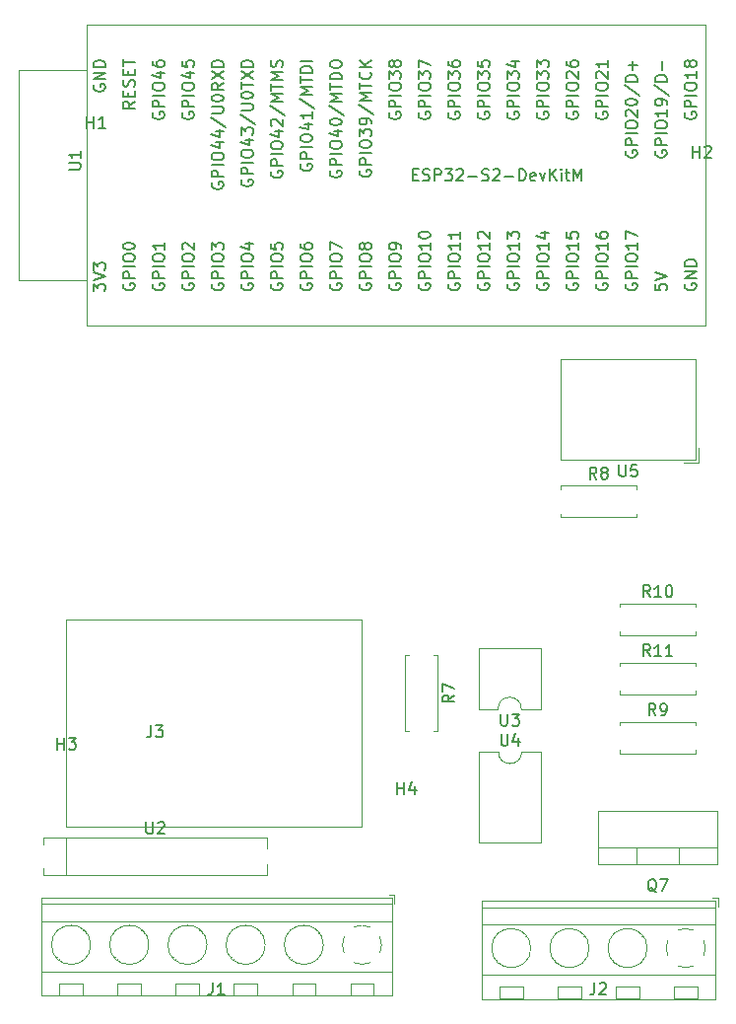
<source format=gbr>
%TF.GenerationSoftware,KiCad,Pcbnew,6.0.11+dfsg-1*%
%TF.CreationDate,2023-04-08T11:41:03+02:00*%
%TF.ProjectId,LampeV1,4c616d70-6556-4312-9e6b-696361645f70,rev?*%
%TF.SameCoordinates,Original*%
%TF.FileFunction,Legend,Top*%
%TF.FilePolarity,Positive*%
%FSLAX46Y46*%
G04 Gerber Fmt 4.6, Leading zero omitted, Abs format (unit mm)*
G04 Created by KiCad (PCBNEW 6.0.11+dfsg-1) date 2023-04-08 11:41:03*
%MOMM*%
%LPD*%
G01*
G04 APERTURE LIST*
%ADD10C,0.150000*%
%ADD11C,0.120000*%
G04 APERTURE END LIST*
D10*
%TO.C,H3*%
X80518095Y-97532380D02*
X80518095Y-96532380D01*
X80518095Y-97008571D02*
X81089523Y-97008571D01*
X81089523Y-97532380D02*
X81089523Y-96532380D01*
X81470476Y-96532380D02*
X82089523Y-96532380D01*
X81756190Y-96913333D01*
X81899047Y-96913333D01*
X81994285Y-96960952D01*
X82041904Y-97008571D01*
X82089523Y-97103809D01*
X82089523Y-97341904D01*
X82041904Y-97437142D01*
X81994285Y-97484761D01*
X81899047Y-97532380D01*
X81613333Y-97532380D01*
X81518095Y-97484761D01*
X81470476Y-97437142D01*
%TO.C,J1*%
X93846666Y-117562380D02*
X93846666Y-118276666D01*
X93799047Y-118419523D01*
X93703809Y-118514761D01*
X93560952Y-118562380D01*
X93465714Y-118562380D01*
X94846666Y-118562380D02*
X94275238Y-118562380D01*
X94560952Y-118562380D02*
X94560952Y-117562380D01*
X94465714Y-117705238D01*
X94370476Y-117800476D01*
X94275238Y-117848095D01*
%TO.C,R8*%
X126833333Y-74322380D02*
X126500000Y-73846190D01*
X126261904Y-74322380D02*
X126261904Y-73322380D01*
X126642857Y-73322380D01*
X126738095Y-73370000D01*
X126785714Y-73417619D01*
X126833333Y-73512857D01*
X126833333Y-73655714D01*
X126785714Y-73750952D01*
X126738095Y-73798571D01*
X126642857Y-73846190D01*
X126261904Y-73846190D01*
X127404761Y-73750952D02*
X127309523Y-73703333D01*
X127261904Y-73655714D01*
X127214285Y-73560476D01*
X127214285Y-73512857D01*
X127261904Y-73417619D01*
X127309523Y-73370000D01*
X127404761Y-73322380D01*
X127595238Y-73322380D01*
X127690476Y-73370000D01*
X127738095Y-73417619D01*
X127785714Y-73512857D01*
X127785714Y-73560476D01*
X127738095Y-73655714D01*
X127690476Y-73703333D01*
X127595238Y-73750952D01*
X127404761Y-73750952D01*
X127309523Y-73798571D01*
X127261904Y-73846190D01*
X127214285Y-73941428D01*
X127214285Y-74131904D01*
X127261904Y-74227142D01*
X127309523Y-74274761D01*
X127404761Y-74322380D01*
X127595238Y-74322380D01*
X127690476Y-74274761D01*
X127738095Y-74227142D01*
X127785714Y-74131904D01*
X127785714Y-73941428D01*
X127738095Y-73846190D01*
X127690476Y-73798571D01*
X127595238Y-73750952D01*
%TO.C,H1*%
X83058095Y-44192380D02*
X83058095Y-43192380D01*
X83058095Y-43668571D02*
X83629523Y-43668571D01*
X83629523Y-44192380D02*
X83629523Y-43192380D01*
X84629523Y-44192380D02*
X84058095Y-44192380D01*
X84343809Y-44192380D02*
X84343809Y-43192380D01*
X84248571Y-43335238D01*
X84153333Y-43430476D01*
X84058095Y-43478095D01*
%TO.C,H4*%
X109728095Y-101342380D02*
X109728095Y-100342380D01*
X109728095Y-100818571D02*
X110299523Y-100818571D01*
X110299523Y-101342380D02*
X110299523Y-100342380D01*
X111204285Y-100675714D02*
X111204285Y-101342380D01*
X110966190Y-100294761D02*
X110728095Y-101009047D01*
X111347142Y-101009047D01*
%TO.C,R7*%
X114582380Y-92876666D02*
X114106190Y-93210000D01*
X114582380Y-93448095D02*
X113582380Y-93448095D01*
X113582380Y-93067142D01*
X113630000Y-92971904D01*
X113677619Y-92924285D01*
X113772857Y-92876666D01*
X113915714Y-92876666D01*
X114010952Y-92924285D01*
X114058571Y-92971904D01*
X114106190Y-93067142D01*
X114106190Y-93448095D01*
X113582380Y-92543333D02*
X113582380Y-91876666D01*
X114582380Y-92305238D01*
%TO.C,J3*%
X88566666Y-95472380D02*
X88566666Y-96186666D01*
X88519047Y-96329523D01*
X88423809Y-96424761D01*
X88280952Y-96472380D01*
X88185714Y-96472380D01*
X88947619Y-95472380D02*
X89566666Y-95472380D01*
X89233333Y-95853333D01*
X89376190Y-95853333D01*
X89471428Y-95900952D01*
X89519047Y-95948571D01*
X89566666Y-96043809D01*
X89566666Y-96281904D01*
X89519047Y-96377142D01*
X89471428Y-96424761D01*
X89376190Y-96472380D01*
X89090476Y-96472380D01*
X88995238Y-96424761D01*
X88947619Y-96377142D01*
%TO.C,U5*%
X128778095Y-73092380D02*
X128778095Y-73901904D01*
X128825714Y-73997142D01*
X128873333Y-74044761D01*
X128968571Y-74092380D01*
X129159047Y-74092380D01*
X129254285Y-74044761D01*
X129301904Y-73997142D01*
X129349523Y-73901904D01*
X129349523Y-73092380D01*
X130301904Y-73092380D02*
X129825714Y-73092380D01*
X129778095Y-73568571D01*
X129825714Y-73520952D01*
X129920952Y-73473333D01*
X130159047Y-73473333D01*
X130254285Y-73520952D01*
X130301904Y-73568571D01*
X130349523Y-73663809D01*
X130349523Y-73901904D01*
X130301904Y-73997142D01*
X130254285Y-74044761D01*
X130159047Y-74092380D01*
X129920952Y-74092380D01*
X129825714Y-74044761D01*
X129778095Y-73997142D01*
%TO.C,U2*%
X88138095Y-103762380D02*
X88138095Y-104571904D01*
X88185714Y-104667142D01*
X88233333Y-104714761D01*
X88328571Y-104762380D01*
X88519047Y-104762380D01*
X88614285Y-104714761D01*
X88661904Y-104667142D01*
X88709523Y-104571904D01*
X88709523Y-103762380D01*
X89138095Y-103857619D02*
X89185714Y-103810000D01*
X89280952Y-103762380D01*
X89519047Y-103762380D01*
X89614285Y-103810000D01*
X89661904Y-103857619D01*
X89709523Y-103952857D01*
X89709523Y-104048095D01*
X89661904Y-104190952D01*
X89090476Y-104762380D01*
X89709523Y-104762380D01*
%TO.C,H2*%
X135128095Y-46732380D02*
X135128095Y-45732380D01*
X135128095Y-46208571D02*
X135699523Y-46208571D01*
X135699523Y-46732380D02*
X135699523Y-45732380D01*
X136128095Y-45827619D02*
X136175714Y-45780000D01*
X136270952Y-45732380D01*
X136509047Y-45732380D01*
X136604285Y-45780000D01*
X136651904Y-45827619D01*
X136699523Y-45922857D01*
X136699523Y-46018095D01*
X136651904Y-46160952D01*
X136080476Y-46732380D01*
X136699523Y-46732380D01*
%TO.C,U4*%
X118638095Y-96197380D02*
X118638095Y-97006904D01*
X118685714Y-97102142D01*
X118733333Y-97149761D01*
X118828571Y-97197380D01*
X119019047Y-97197380D01*
X119114285Y-97149761D01*
X119161904Y-97102142D01*
X119209523Y-97006904D01*
X119209523Y-96197380D01*
X120114285Y-96530714D02*
X120114285Y-97197380D01*
X119876190Y-96149761D02*
X119638095Y-96864047D01*
X120257142Y-96864047D01*
%TO.C,U1*%
X81505300Y-47750065D02*
X82314824Y-47750065D01*
X82410062Y-47702446D01*
X82457681Y-47654827D01*
X82505300Y-47559589D01*
X82505300Y-47369113D01*
X82457681Y-47273875D01*
X82410062Y-47226256D01*
X82314824Y-47178637D01*
X81505300Y-47178637D01*
X82505300Y-46178637D02*
X82505300Y-46750065D01*
X82505300Y-46464351D02*
X81505300Y-46464351D01*
X81648158Y-46559589D01*
X81743396Y-46654827D01*
X81791015Y-46750065D01*
X111044824Y-48190412D02*
X111378158Y-48190412D01*
X111521015Y-48714221D02*
X111044824Y-48714221D01*
X111044824Y-47714221D01*
X111521015Y-47714221D01*
X111901967Y-48666602D02*
X112044824Y-48714221D01*
X112282920Y-48714221D01*
X112378158Y-48666602D01*
X112425777Y-48618983D01*
X112473396Y-48523745D01*
X112473396Y-48428507D01*
X112425777Y-48333269D01*
X112378158Y-48285650D01*
X112282920Y-48238031D01*
X112092443Y-48190412D01*
X111997205Y-48142793D01*
X111949586Y-48095174D01*
X111901967Y-47999936D01*
X111901967Y-47904698D01*
X111949586Y-47809460D01*
X111997205Y-47761841D01*
X112092443Y-47714221D01*
X112330539Y-47714221D01*
X112473396Y-47761841D01*
X112901967Y-48714221D02*
X112901967Y-47714221D01*
X113282920Y-47714221D01*
X113378158Y-47761841D01*
X113425777Y-47809460D01*
X113473396Y-47904698D01*
X113473396Y-48047555D01*
X113425777Y-48142793D01*
X113378158Y-48190412D01*
X113282920Y-48238031D01*
X112901967Y-48238031D01*
X113806729Y-47714221D02*
X114425777Y-47714221D01*
X114092443Y-48095174D01*
X114235300Y-48095174D01*
X114330539Y-48142793D01*
X114378158Y-48190412D01*
X114425777Y-48285650D01*
X114425777Y-48523745D01*
X114378158Y-48618983D01*
X114330539Y-48666602D01*
X114235300Y-48714221D01*
X113949586Y-48714221D01*
X113854348Y-48666602D01*
X113806729Y-48618983D01*
X114806729Y-47809460D02*
X114854348Y-47761841D01*
X114949586Y-47714221D01*
X115187681Y-47714221D01*
X115282920Y-47761841D01*
X115330539Y-47809460D01*
X115378158Y-47904698D01*
X115378158Y-47999936D01*
X115330539Y-48142793D01*
X114759110Y-48714221D01*
X115378158Y-48714221D01*
X115806729Y-48333269D02*
X116568634Y-48333269D01*
X116997205Y-48666602D02*
X117140062Y-48714221D01*
X117378158Y-48714221D01*
X117473396Y-48666602D01*
X117521015Y-48618983D01*
X117568634Y-48523745D01*
X117568634Y-48428507D01*
X117521015Y-48333269D01*
X117473396Y-48285650D01*
X117378158Y-48238031D01*
X117187681Y-48190412D01*
X117092443Y-48142793D01*
X117044824Y-48095174D01*
X116997205Y-47999936D01*
X116997205Y-47904698D01*
X117044824Y-47809460D01*
X117092443Y-47761841D01*
X117187681Y-47714221D01*
X117425777Y-47714221D01*
X117568634Y-47761841D01*
X117949586Y-47809460D02*
X117997205Y-47761841D01*
X118092443Y-47714221D01*
X118330539Y-47714221D01*
X118425777Y-47761841D01*
X118473396Y-47809460D01*
X118521015Y-47904698D01*
X118521015Y-47999936D01*
X118473396Y-48142793D01*
X117901967Y-48714221D01*
X118521015Y-48714221D01*
X118949586Y-48333269D02*
X119711491Y-48333269D01*
X120187681Y-48714221D02*
X120187681Y-47714221D01*
X120425777Y-47714221D01*
X120568634Y-47761841D01*
X120663872Y-47857079D01*
X120711491Y-47952317D01*
X120759110Y-48142793D01*
X120759110Y-48285650D01*
X120711491Y-48476126D01*
X120663872Y-48571364D01*
X120568634Y-48666602D01*
X120425777Y-48714221D01*
X120187681Y-48714221D01*
X121568634Y-48666602D02*
X121473396Y-48714221D01*
X121282920Y-48714221D01*
X121187681Y-48666602D01*
X121140062Y-48571364D01*
X121140062Y-48190412D01*
X121187681Y-48095174D01*
X121282920Y-48047555D01*
X121473396Y-48047555D01*
X121568634Y-48095174D01*
X121616253Y-48190412D01*
X121616253Y-48285650D01*
X121140062Y-48380888D01*
X121949586Y-48047555D02*
X122187681Y-48714221D01*
X122425777Y-48047555D01*
X122806729Y-48714221D02*
X122806729Y-47714221D01*
X123378158Y-48714221D02*
X122949586Y-48142793D01*
X123378158Y-47714221D02*
X122806729Y-48285650D01*
X123806729Y-48714221D02*
X123806729Y-48047555D01*
X123806729Y-47714221D02*
X123759110Y-47761841D01*
X123806729Y-47809460D01*
X123854348Y-47761841D01*
X123806729Y-47714221D01*
X123806729Y-47809460D01*
X124140062Y-48047555D02*
X124521015Y-48047555D01*
X124282920Y-47714221D02*
X124282920Y-48571364D01*
X124330539Y-48666602D01*
X124425777Y-48714221D01*
X124521015Y-48714221D01*
X124854348Y-48714221D02*
X124854348Y-47714221D01*
X125187681Y-48428507D01*
X125521015Y-47714221D01*
X125521015Y-48714221D01*
X109050200Y-42866007D02*
X109002580Y-42961245D01*
X109002580Y-43104102D01*
X109050200Y-43246960D01*
X109145438Y-43342198D01*
X109240676Y-43389817D01*
X109431152Y-43437436D01*
X109574009Y-43437436D01*
X109764485Y-43389817D01*
X109859723Y-43342198D01*
X109954961Y-43246960D01*
X110002580Y-43104102D01*
X110002580Y-43008864D01*
X109954961Y-42866007D01*
X109907342Y-42818388D01*
X109574009Y-42818388D01*
X109574009Y-43008864D01*
X110002580Y-42389817D02*
X109002580Y-42389817D01*
X109002580Y-42008864D01*
X109050200Y-41913626D01*
X109097819Y-41866007D01*
X109193057Y-41818388D01*
X109335914Y-41818388D01*
X109431152Y-41866007D01*
X109478771Y-41913626D01*
X109526390Y-42008864D01*
X109526390Y-42389817D01*
X110002580Y-41389817D02*
X109002580Y-41389817D01*
X109002580Y-40723150D02*
X109002580Y-40532674D01*
X109050200Y-40437436D01*
X109145438Y-40342198D01*
X109335914Y-40294579D01*
X109669247Y-40294579D01*
X109859723Y-40342198D01*
X109954961Y-40437436D01*
X110002580Y-40532674D01*
X110002580Y-40723150D01*
X109954961Y-40818388D01*
X109859723Y-40913626D01*
X109669247Y-40961245D01*
X109335914Y-40961245D01*
X109145438Y-40913626D01*
X109050200Y-40818388D01*
X109002580Y-40723150D01*
X109002580Y-39961245D02*
X109002580Y-39342198D01*
X109383533Y-39675531D01*
X109383533Y-39532674D01*
X109431152Y-39437436D01*
X109478771Y-39389817D01*
X109574009Y-39342198D01*
X109812104Y-39342198D01*
X109907342Y-39389817D01*
X109954961Y-39437436D01*
X110002580Y-39532674D01*
X110002580Y-39818388D01*
X109954961Y-39913626D01*
X109907342Y-39961245D01*
X109431152Y-38770769D02*
X109383533Y-38866007D01*
X109335914Y-38913626D01*
X109240676Y-38961245D01*
X109193057Y-38961245D01*
X109097819Y-38913626D01*
X109050200Y-38866007D01*
X109002580Y-38770769D01*
X109002580Y-38580293D01*
X109050200Y-38485055D01*
X109097819Y-38437436D01*
X109193057Y-38389817D01*
X109240676Y-38389817D01*
X109335914Y-38437436D01*
X109383533Y-38485055D01*
X109431152Y-38580293D01*
X109431152Y-38770769D01*
X109478771Y-38866007D01*
X109526390Y-38913626D01*
X109621628Y-38961245D01*
X109812104Y-38961245D01*
X109907342Y-38913626D01*
X109954961Y-38866007D01*
X110002580Y-38770769D01*
X110002580Y-38580293D01*
X109954961Y-38485055D01*
X109907342Y-38437436D01*
X109812104Y-38389817D01*
X109621628Y-38389817D01*
X109526390Y-38437436D01*
X109478771Y-38485055D01*
X109431152Y-38580293D01*
X88730200Y-57562436D02*
X88682580Y-57657674D01*
X88682580Y-57800531D01*
X88730200Y-57943388D01*
X88825438Y-58038626D01*
X88920676Y-58086245D01*
X89111152Y-58133864D01*
X89254009Y-58133864D01*
X89444485Y-58086245D01*
X89539723Y-58038626D01*
X89634961Y-57943388D01*
X89682580Y-57800531D01*
X89682580Y-57705293D01*
X89634961Y-57562436D01*
X89587342Y-57514817D01*
X89254009Y-57514817D01*
X89254009Y-57705293D01*
X89682580Y-57086245D02*
X88682580Y-57086245D01*
X88682580Y-56705293D01*
X88730200Y-56610055D01*
X88777819Y-56562436D01*
X88873057Y-56514817D01*
X89015914Y-56514817D01*
X89111152Y-56562436D01*
X89158771Y-56610055D01*
X89206390Y-56705293D01*
X89206390Y-57086245D01*
X89682580Y-56086245D02*
X88682580Y-56086245D01*
X88682580Y-55419579D02*
X88682580Y-55229102D01*
X88730200Y-55133864D01*
X88825438Y-55038626D01*
X89015914Y-54991007D01*
X89349247Y-54991007D01*
X89539723Y-55038626D01*
X89634961Y-55133864D01*
X89682580Y-55229102D01*
X89682580Y-55419579D01*
X89634961Y-55514817D01*
X89539723Y-55610055D01*
X89349247Y-55657674D01*
X89015914Y-55657674D01*
X88825438Y-55610055D01*
X88730200Y-55514817D01*
X88682580Y-55419579D01*
X89682580Y-54038626D02*
X89682580Y-54610055D01*
X89682580Y-54324341D02*
X88682580Y-54324341D01*
X88825438Y-54419579D01*
X88920676Y-54514817D01*
X88968295Y-54610055D01*
X114130200Y-42866007D02*
X114082580Y-42961245D01*
X114082580Y-43104102D01*
X114130200Y-43246960D01*
X114225438Y-43342198D01*
X114320676Y-43389817D01*
X114511152Y-43437436D01*
X114654009Y-43437436D01*
X114844485Y-43389817D01*
X114939723Y-43342198D01*
X115034961Y-43246960D01*
X115082580Y-43104102D01*
X115082580Y-43008864D01*
X115034961Y-42866007D01*
X114987342Y-42818388D01*
X114654009Y-42818388D01*
X114654009Y-43008864D01*
X115082580Y-42389817D02*
X114082580Y-42389817D01*
X114082580Y-42008864D01*
X114130200Y-41913626D01*
X114177819Y-41866007D01*
X114273057Y-41818388D01*
X114415914Y-41818388D01*
X114511152Y-41866007D01*
X114558771Y-41913626D01*
X114606390Y-42008864D01*
X114606390Y-42389817D01*
X115082580Y-41389817D02*
X114082580Y-41389817D01*
X114082580Y-40723150D02*
X114082580Y-40532674D01*
X114130200Y-40437436D01*
X114225438Y-40342198D01*
X114415914Y-40294579D01*
X114749247Y-40294579D01*
X114939723Y-40342198D01*
X115034961Y-40437436D01*
X115082580Y-40532674D01*
X115082580Y-40723150D01*
X115034961Y-40818388D01*
X114939723Y-40913626D01*
X114749247Y-40961245D01*
X114415914Y-40961245D01*
X114225438Y-40913626D01*
X114130200Y-40818388D01*
X114082580Y-40723150D01*
X114082580Y-39961245D02*
X114082580Y-39342198D01*
X114463533Y-39675531D01*
X114463533Y-39532674D01*
X114511152Y-39437436D01*
X114558771Y-39389817D01*
X114654009Y-39342198D01*
X114892104Y-39342198D01*
X114987342Y-39389817D01*
X115034961Y-39437436D01*
X115082580Y-39532674D01*
X115082580Y-39818388D01*
X115034961Y-39913626D01*
X114987342Y-39961245D01*
X114082580Y-38485055D02*
X114082580Y-38675531D01*
X114130200Y-38770769D01*
X114177819Y-38818388D01*
X114320676Y-38913626D01*
X114511152Y-38961245D01*
X114892104Y-38961245D01*
X114987342Y-38913626D01*
X115034961Y-38866007D01*
X115082580Y-38770769D01*
X115082580Y-38580293D01*
X115034961Y-38485055D01*
X114987342Y-38437436D01*
X114892104Y-38389817D01*
X114654009Y-38389817D01*
X114558771Y-38437436D01*
X114511152Y-38485055D01*
X114463533Y-38580293D01*
X114463533Y-38770769D01*
X114511152Y-38866007D01*
X114558771Y-38913626D01*
X114654009Y-38961245D01*
X121750200Y-42866007D02*
X121702580Y-42961245D01*
X121702580Y-43104102D01*
X121750200Y-43246960D01*
X121845438Y-43342198D01*
X121940676Y-43389817D01*
X122131152Y-43437436D01*
X122274009Y-43437436D01*
X122464485Y-43389817D01*
X122559723Y-43342198D01*
X122654961Y-43246960D01*
X122702580Y-43104102D01*
X122702580Y-43008864D01*
X122654961Y-42866007D01*
X122607342Y-42818388D01*
X122274009Y-42818388D01*
X122274009Y-43008864D01*
X122702580Y-42389817D02*
X121702580Y-42389817D01*
X121702580Y-42008864D01*
X121750200Y-41913626D01*
X121797819Y-41866007D01*
X121893057Y-41818388D01*
X122035914Y-41818388D01*
X122131152Y-41866007D01*
X122178771Y-41913626D01*
X122226390Y-42008864D01*
X122226390Y-42389817D01*
X122702580Y-41389817D02*
X121702580Y-41389817D01*
X121702580Y-40723150D02*
X121702580Y-40532674D01*
X121750200Y-40437436D01*
X121845438Y-40342198D01*
X122035914Y-40294579D01*
X122369247Y-40294579D01*
X122559723Y-40342198D01*
X122654961Y-40437436D01*
X122702580Y-40532674D01*
X122702580Y-40723150D01*
X122654961Y-40818388D01*
X122559723Y-40913626D01*
X122369247Y-40961245D01*
X122035914Y-40961245D01*
X121845438Y-40913626D01*
X121750200Y-40818388D01*
X121702580Y-40723150D01*
X121702580Y-39961245D02*
X121702580Y-39342198D01*
X122083533Y-39675531D01*
X122083533Y-39532674D01*
X122131152Y-39437436D01*
X122178771Y-39389817D01*
X122274009Y-39342198D01*
X122512104Y-39342198D01*
X122607342Y-39389817D01*
X122654961Y-39437436D01*
X122702580Y-39532674D01*
X122702580Y-39818388D01*
X122654961Y-39913626D01*
X122607342Y-39961245D01*
X121702580Y-39008864D02*
X121702580Y-38389817D01*
X122083533Y-38723150D01*
X122083533Y-38580293D01*
X122131152Y-38485055D01*
X122178771Y-38437436D01*
X122274009Y-38389817D01*
X122512104Y-38389817D01*
X122607342Y-38437436D01*
X122654961Y-38485055D01*
X122702580Y-38580293D01*
X122702580Y-38866007D01*
X122654961Y-38961245D01*
X122607342Y-39008864D01*
X121750200Y-57562436D02*
X121702580Y-57657674D01*
X121702580Y-57800531D01*
X121750200Y-57943388D01*
X121845438Y-58038626D01*
X121940676Y-58086245D01*
X122131152Y-58133864D01*
X122274009Y-58133864D01*
X122464485Y-58086245D01*
X122559723Y-58038626D01*
X122654961Y-57943388D01*
X122702580Y-57800531D01*
X122702580Y-57705293D01*
X122654961Y-57562436D01*
X122607342Y-57514817D01*
X122274009Y-57514817D01*
X122274009Y-57705293D01*
X122702580Y-57086245D02*
X121702580Y-57086245D01*
X121702580Y-56705293D01*
X121750200Y-56610055D01*
X121797819Y-56562436D01*
X121893057Y-56514817D01*
X122035914Y-56514817D01*
X122131152Y-56562436D01*
X122178771Y-56610055D01*
X122226390Y-56705293D01*
X122226390Y-57086245D01*
X122702580Y-56086245D02*
X121702580Y-56086245D01*
X121702580Y-55419579D02*
X121702580Y-55229102D01*
X121750200Y-55133864D01*
X121845438Y-55038626D01*
X122035914Y-54991007D01*
X122369247Y-54991007D01*
X122559723Y-55038626D01*
X122654961Y-55133864D01*
X122702580Y-55229102D01*
X122702580Y-55419579D01*
X122654961Y-55514817D01*
X122559723Y-55610055D01*
X122369247Y-55657674D01*
X122035914Y-55657674D01*
X121845438Y-55610055D01*
X121750200Y-55514817D01*
X121702580Y-55419579D01*
X122702580Y-54038626D02*
X122702580Y-54610055D01*
X122702580Y-54324341D02*
X121702580Y-54324341D01*
X121845438Y-54419579D01*
X121940676Y-54514817D01*
X121988295Y-54610055D01*
X122035914Y-53181483D02*
X122702580Y-53181483D01*
X121654961Y-53419579D02*
X122369247Y-53657674D01*
X122369247Y-53038626D01*
X93810200Y-48866007D02*
X93762580Y-48961245D01*
X93762580Y-49104102D01*
X93810200Y-49246960D01*
X93905438Y-49342198D01*
X94000676Y-49389817D01*
X94191152Y-49437436D01*
X94334009Y-49437436D01*
X94524485Y-49389817D01*
X94619723Y-49342198D01*
X94714961Y-49246960D01*
X94762580Y-49104102D01*
X94762580Y-49008864D01*
X94714961Y-48866007D01*
X94667342Y-48818388D01*
X94334009Y-48818388D01*
X94334009Y-49008864D01*
X94762580Y-48389817D02*
X93762580Y-48389817D01*
X93762580Y-48008864D01*
X93810200Y-47913626D01*
X93857819Y-47866007D01*
X93953057Y-47818388D01*
X94095914Y-47818388D01*
X94191152Y-47866007D01*
X94238771Y-47913626D01*
X94286390Y-48008864D01*
X94286390Y-48389817D01*
X94762580Y-47389817D02*
X93762580Y-47389817D01*
X93762580Y-46723150D02*
X93762580Y-46532674D01*
X93810200Y-46437436D01*
X93905438Y-46342198D01*
X94095914Y-46294579D01*
X94429247Y-46294579D01*
X94619723Y-46342198D01*
X94714961Y-46437436D01*
X94762580Y-46532674D01*
X94762580Y-46723150D01*
X94714961Y-46818388D01*
X94619723Y-46913626D01*
X94429247Y-46961245D01*
X94095914Y-46961245D01*
X93905438Y-46913626D01*
X93810200Y-46818388D01*
X93762580Y-46723150D01*
X94095914Y-45437436D02*
X94762580Y-45437436D01*
X93714961Y-45675531D02*
X94429247Y-45913626D01*
X94429247Y-45294579D01*
X94095914Y-44485055D02*
X94762580Y-44485055D01*
X93714961Y-44723150D02*
X94429247Y-44961245D01*
X94429247Y-44342198D01*
X93714961Y-43246960D02*
X95000676Y-44104102D01*
X93762580Y-42913626D02*
X94572104Y-42913626D01*
X94667342Y-42866007D01*
X94714961Y-42818388D01*
X94762580Y-42723150D01*
X94762580Y-42532674D01*
X94714961Y-42437436D01*
X94667342Y-42389817D01*
X94572104Y-42342198D01*
X93762580Y-42342198D01*
X93762580Y-41675531D02*
X93762580Y-41580293D01*
X93810200Y-41485055D01*
X93857819Y-41437436D01*
X93953057Y-41389817D01*
X94143533Y-41342198D01*
X94381628Y-41342198D01*
X94572104Y-41389817D01*
X94667342Y-41437436D01*
X94714961Y-41485055D01*
X94762580Y-41580293D01*
X94762580Y-41675531D01*
X94714961Y-41770769D01*
X94667342Y-41818388D01*
X94572104Y-41866007D01*
X94381628Y-41913626D01*
X94143533Y-41913626D01*
X93953057Y-41866007D01*
X93857819Y-41818388D01*
X93810200Y-41770769D01*
X93762580Y-41675531D01*
X94762580Y-40342198D02*
X94286390Y-40675531D01*
X94762580Y-40913626D02*
X93762580Y-40913626D01*
X93762580Y-40532674D01*
X93810200Y-40437436D01*
X93857819Y-40389817D01*
X93953057Y-40342198D01*
X94095914Y-40342198D01*
X94191152Y-40389817D01*
X94238771Y-40437436D01*
X94286390Y-40532674D01*
X94286390Y-40913626D01*
X93762580Y-40008864D02*
X94762580Y-39342198D01*
X93762580Y-39342198D02*
X94762580Y-40008864D01*
X94762580Y-38961245D02*
X93762580Y-38961245D01*
X93762580Y-38723150D01*
X93810200Y-38580293D01*
X93905438Y-38485055D01*
X94000676Y-38437436D01*
X94191152Y-38389817D01*
X94334009Y-38389817D01*
X94524485Y-38437436D01*
X94619723Y-38485055D01*
X94714961Y-38580293D01*
X94762580Y-38723150D01*
X94762580Y-38961245D01*
X131862580Y-57610055D02*
X131862580Y-58086245D01*
X132338771Y-58133864D01*
X132291152Y-58086245D01*
X132243533Y-57991007D01*
X132243533Y-57752912D01*
X132291152Y-57657674D01*
X132338771Y-57610055D01*
X132434009Y-57562436D01*
X132672104Y-57562436D01*
X132767342Y-57610055D01*
X132814961Y-57657674D01*
X132862580Y-57752912D01*
X132862580Y-57991007D01*
X132814961Y-58086245D01*
X132767342Y-58133864D01*
X131862580Y-57276721D02*
X132862580Y-56943388D01*
X131862580Y-56610055D01*
X103970200Y-57562436D02*
X103922580Y-57657674D01*
X103922580Y-57800531D01*
X103970200Y-57943388D01*
X104065438Y-58038626D01*
X104160676Y-58086245D01*
X104351152Y-58133864D01*
X104494009Y-58133864D01*
X104684485Y-58086245D01*
X104779723Y-58038626D01*
X104874961Y-57943388D01*
X104922580Y-57800531D01*
X104922580Y-57705293D01*
X104874961Y-57562436D01*
X104827342Y-57514817D01*
X104494009Y-57514817D01*
X104494009Y-57705293D01*
X104922580Y-57086245D02*
X103922580Y-57086245D01*
X103922580Y-56705293D01*
X103970200Y-56610055D01*
X104017819Y-56562436D01*
X104113057Y-56514817D01*
X104255914Y-56514817D01*
X104351152Y-56562436D01*
X104398771Y-56610055D01*
X104446390Y-56705293D01*
X104446390Y-57086245D01*
X104922580Y-56086245D02*
X103922580Y-56086245D01*
X103922580Y-55419579D02*
X103922580Y-55229102D01*
X103970200Y-55133864D01*
X104065438Y-55038626D01*
X104255914Y-54991007D01*
X104589247Y-54991007D01*
X104779723Y-55038626D01*
X104874961Y-55133864D01*
X104922580Y-55229102D01*
X104922580Y-55419579D01*
X104874961Y-55514817D01*
X104779723Y-55610055D01*
X104589247Y-55657674D01*
X104255914Y-55657674D01*
X104065438Y-55610055D01*
X103970200Y-55514817D01*
X103922580Y-55419579D01*
X103922580Y-54657674D02*
X103922580Y-53991007D01*
X104922580Y-54419579D01*
X93810200Y-57558756D02*
X93762580Y-57653994D01*
X93762580Y-57796851D01*
X93810200Y-57939708D01*
X93905438Y-58034946D01*
X94000676Y-58082565D01*
X94191152Y-58130184D01*
X94334009Y-58130184D01*
X94524485Y-58082565D01*
X94619723Y-58034946D01*
X94714961Y-57939708D01*
X94762580Y-57796851D01*
X94762580Y-57701613D01*
X94714961Y-57558756D01*
X94667342Y-57511137D01*
X94334009Y-57511137D01*
X94334009Y-57701613D01*
X94762580Y-57082565D02*
X93762580Y-57082565D01*
X93762580Y-56701613D01*
X93810200Y-56606375D01*
X93857819Y-56558756D01*
X93953057Y-56511137D01*
X94095914Y-56511137D01*
X94191152Y-56558756D01*
X94238771Y-56606375D01*
X94286390Y-56701613D01*
X94286390Y-57082565D01*
X94762580Y-56082565D02*
X93762580Y-56082565D01*
X93762580Y-55415899D02*
X93762580Y-55225422D01*
X93810200Y-55130184D01*
X93905438Y-55034946D01*
X94095914Y-54987327D01*
X94429247Y-54987327D01*
X94619723Y-55034946D01*
X94714961Y-55130184D01*
X94762580Y-55225422D01*
X94762580Y-55415899D01*
X94714961Y-55511137D01*
X94619723Y-55606375D01*
X94429247Y-55653994D01*
X94095914Y-55653994D01*
X93905438Y-55606375D01*
X93810200Y-55511137D01*
X93762580Y-55415899D01*
X93762580Y-54653994D02*
X93762580Y-54034946D01*
X94143533Y-54368280D01*
X94143533Y-54225422D01*
X94191152Y-54130184D01*
X94238771Y-54082565D01*
X94334009Y-54034946D01*
X94572104Y-54034946D01*
X94667342Y-54082565D01*
X94714961Y-54130184D01*
X94762580Y-54225422D01*
X94762580Y-54511137D01*
X94714961Y-54606375D01*
X94667342Y-54653994D01*
X96350200Y-57562436D02*
X96302580Y-57657674D01*
X96302580Y-57800531D01*
X96350200Y-57943388D01*
X96445438Y-58038626D01*
X96540676Y-58086245D01*
X96731152Y-58133864D01*
X96874009Y-58133864D01*
X97064485Y-58086245D01*
X97159723Y-58038626D01*
X97254961Y-57943388D01*
X97302580Y-57800531D01*
X97302580Y-57705293D01*
X97254961Y-57562436D01*
X97207342Y-57514817D01*
X96874009Y-57514817D01*
X96874009Y-57705293D01*
X97302580Y-57086245D02*
X96302580Y-57086245D01*
X96302580Y-56705293D01*
X96350200Y-56610055D01*
X96397819Y-56562436D01*
X96493057Y-56514817D01*
X96635914Y-56514817D01*
X96731152Y-56562436D01*
X96778771Y-56610055D01*
X96826390Y-56705293D01*
X96826390Y-57086245D01*
X97302580Y-56086245D02*
X96302580Y-56086245D01*
X96302580Y-55419579D02*
X96302580Y-55229102D01*
X96350200Y-55133864D01*
X96445438Y-55038626D01*
X96635914Y-54991007D01*
X96969247Y-54991007D01*
X97159723Y-55038626D01*
X97254961Y-55133864D01*
X97302580Y-55229102D01*
X97302580Y-55419579D01*
X97254961Y-55514817D01*
X97159723Y-55610055D01*
X96969247Y-55657674D01*
X96635914Y-55657674D01*
X96445438Y-55610055D01*
X96350200Y-55514817D01*
X96302580Y-55419579D01*
X96635914Y-54133864D02*
X97302580Y-54133864D01*
X96254961Y-54371960D02*
X96969247Y-54610055D01*
X96969247Y-53991007D01*
X83652920Y-40481375D02*
X83605300Y-40576613D01*
X83605300Y-40719470D01*
X83652920Y-40862327D01*
X83748158Y-40957565D01*
X83843396Y-41005184D01*
X84033872Y-41052803D01*
X84176729Y-41052803D01*
X84367205Y-41005184D01*
X84462443Y-40957565D01*
X84557681Y-40862327D01*
X84605300Y-40719470D01*
X84605300Y-40624232D01*
X84557681Y-40481375D01*
X84510062Y-40433756D01*
X84176729Y-40433756D01*
X84176729Y-40624232D01*
X84605300Y-40005184D02*
X83605300Y-40005184D01*
X84605300Y-39433756D01*
X83605300Y-39433756D01*
X84605300Y-38957565D02*
X83605300Y-38957565D01*
X83605300Y-38719470D01*
X83652920Y-38576613D01*
X83748158Y-38481375D01*
X83843396Y-38433756D01*
X84033872Y-38386137D01*
X84176729Y-38386137D01*
X84367205Y-38433756D01*
X84462443Y-38481375D01*
X84557681Y-38576613D01*
X84605300Y-38719470D01*
X84605300Y-38957565D01*
X101430200Y-47294579D02*
X101382580Y-47389817D01*
X101382580Y-47532674D01*
X101430200Y-47675531D01*
X101525438Y-47770769D01*
X101620676Y-47818388D01*
X101811152Y-47866007D01*
X101954009Y-47866007D01*
X102144485Y-47818388D01*
X102239723Y-47770769D01*
X102334961Y-47675531D01*
X102382580Y-47532674D01*
X102382580Y-47437436D01*
X102334961Y-47294579D01*
X102287342Y-47246960D01*
X101954009Y-47246960D01*
X101954009Y-47437436D01*
X102382580Y-46818388D02*
X101382580Y-46818388D01*
X101382580Y-46437436D01*
X101430200Y-46342198D01*
X101477819Y-46294579D01*
X101573057Y-46246960D01*
X101715914Y-46246960D01*
X101811152Y-46294579D01*
X101858771Y-46342198D01*
X101906390Y-46437436D01*
X101906390Y-46818388D01*
X102382580Y-45818388D02*
X101382580Y-45818388D01*
X101382580Y-45151721D02*
X101382580Y-44961245D01*
X101430200Y-44866007D01*
X101525438Y-44770769D01*
X101715914Y-44723150D01*
X102049247Y-44723150D01*
X102239723Y-44770769D01*
X102334961Y-44866007D01*
X102382580Y-44961245D01*
X102382580Y-45151721D01*
X102334961Y-45246960D01*
X102239723Y-45342198D01*
X102049247Y-45389817D01*
X101715914Y-45389817D01*
X101525438Y-45342198D01*
X101430200Y-45246960D01*
X101382580Y-45151721D01*
X101715914Y-43866007D02*
X102382580Y-43866007D01*
X101334961Y-44104102D02*
X102049247Y-44342198D01*
X102049247Y-43723150D01*
X102382580Y-42818388D02*
X102382580Y-43389817D01*
X102382580Y-43104102D02*
X101382580Y-43104102D01*
X101525438Y-43199341D01*
X101620676Y-43294579D01*
X101668295Y-43389817D01*
X101334961Y-41675531D02*
X102620676Y-42532674D01*
X102382580Y-41342198D02*
X101382580Y-41342198D01*
X102096866Y-41008864D01*
X101382580Y-40675531D01*
X102382580Y-40675531D01*
X101382580Y-40342198D02*
X101382580Y-39770769D01*
X102382580Y-40056483D02*
X101382580Y-40056483D01*
X102382580Y-39437436D02*
X101382580Y-39437436D01*
X101382580Y-39199341D01*
X101430200Y-39056483D01*
X101525438Y-38961245D01*
X101620676Y-38913626D01*
X101811152Y-38866007D01*
X101954009Y-38866007D01*
X102144485Y-38913626D01*
X102239723Y-38961245D01*
X102334961Y-39056483D01*
X102382580Y-39199341D01*
X102382580Y-39437436D01*
X102382580Y-38437436D02*
X101382580Y-38437436D01*
X83605300Y-58177803D02*
X83605300Y-57558756D01*
X83986253Y-57892089D01*
X83986253Y-57749232D01*
X84033872Y-57653994D01*
X84081491Y-57606375D01*
X84176729Y-57558756D01*
X84414824Y-57558756D01*
X84510062Y-57606375D01*
X84557681Y-57653994D01*
X84605300Y-57749232D01*
X84605300Y-58034946D01*
X84557681Y-58130184D01*
X84510062Y-58177803D01*
X83605300Y-57273041D02*
X84605300Y-56939708D01*
X83605300Y-56606375D01*
X83605300Y-56368280D02*
X83605300Y-55749232D01*
X83986253Y-56082565D01*
X83986253Y-55939708D01*
X84033872Y-55844470D01*
X84081491Y-55796851D01*
X84176729Y-55749232D01*
X84414824Y-55749232D01*
X84510062Y-55796851D01*
X84557681Y-55844470D01*
X84605300Y-55939708D01*
X84605300Y-56225422D01*
X84557681Y-56320661D01*
X84510062Y-56368280D01*
X109050200Y-57562436D02*
X109002580Y-57657674D01*
X109002580Y-57800531D01*
X109050200Y-57943388D01*
X109145438Y-58038626D01*
X109240676Y-58086245D01*
X109431152Y-58133864D01*
X109574009Y-58133864D01*
X109764485Y-58086245D01*
X109859723Y-58038626D01*
X109954961Y-57943388D01*
X110002580Y-57800531D01*
X110002580Y-57705293D01*
X109954961Y-57562436D01*
X109907342Y-57514817D01*
X109574009Y-57514817D01*
X109574009Y-57705293D01*
X110002580Y-57086245D02*
X109002580Y-57086245D01*
X109002580Y-56705293D01*
X109050200Y-56610055D01*
X109097819Y-56562436D01*
X109193057Y-56514817D01*
X109335914Y-56514817D01*
X109431152Y-56562436D01*
X109478771Y-56610055D01*
X109526390Y-56705293D01*
X109526390Y-57086245D01*
X110002580Y-56086245D02*
X109002580Y-56086245D01*
X109002580Y-55419579D02*
X109002580Y-55229102D01*
X109050200Y-55133864D01*
X109145438Y-55038626D01*
X109335914Y-54991007D01*
X109669247Y-54991007D01*
X109859723Y-55038626D01*
X109954961Y-55133864D01*
X110002580Y-55229102D01*
X110002580Y-55419579D01*
X109954961Y-55514817D01*
X109859723Y-55610055D01*
X109669247Y-55657674D01*
X109335914Y-55657674D01*
X109145438Y-55610055D01*
X109050200Y-55514817D01*
X109002580Y-55419579D01*
X110002580Y-54514817D02*
X110002580Y-54324341D01*
X109954961Y-54229102D01*
X109907342Y-54181483D01*
X109764485Y-54086245D01*
X109574009Y-54038626D01*
X109193057Y-54038626D01*
X109097819Y-54086245D01*
X109050200Y-54133864D01*
X109002580Y-54229102D01*
X109002580Y-54419579D01*
X109050200Y-54514817D01*
X109097819Y-54562436D01*
X109193057Y-54610055D01*
X109431152Y-54610055D01*
X109526390Y-54562436D01*
X109574009Y-54514817D01*
X109621628Y-54419579D01*
X109621628Y-54229102D01*
X109574009Y-54133864D01*
X109526390Y-54086245D01*
X109431152Y-54038626D01*
X103970200Y-47866007D02*
X103922580Y-47961245D01*
X103922580Y-48104102D01*
X103970200Y-48246960D01*
X104065438Y-48342198D01*
X104160676Y-48389817D01*
X104351152Y-48437436D01*
X104494009Y-48437436D01*
X104684485Y-48389817D01*
X104779723Y-48342198D01*
X104874961Y-48246960D01*
X104922580Y-48104102D01*
X104922580Y-48008864D01*
X104874961Y-47866007D01*
X104827342Y-47818388D01*
X104494009Y-47818388D01*
X104494009Y-48008864D01*
X104922580Y-47389817D02*
X103922580Y-47389817D01*
X103922580Y-47008864D01*
X103970200Y-46913626D01*
X104017819Y-46866007D01*
X104113057Y-46818388D01*
X104255914Y-46818388D01*
X104351152Y-46866007D01*
X104398771Y-46913626D01*
X104446390Y-47008864D01*
X104446390Y-47389817D01*
X104922580Y-46389817D02*
X103922580Y-46389817D01*
X103922580Y-45723150D02*
X103922580Y-45532674D01*
X103970200Y-45437436D01*
X104065438Y-45342198D01*
X104255914Y-45294579D01*
X104589247Y-45294579D01*
X104779723Y-45342198D01*
X104874961Y-45437436D01*
X104922580Y-45532674D01*
X104922580Y-45723150D01*
X104874961Y-45818388D01*
X104779723Y-45913626D01*
X104589247Y-45961245D01*
X104255914Y-45961245D01*
X104065438Y-45913626D01*
X103970200Y-45818388D01*
X103922580Y-45723150D01*
X104255914Y-44437436D02*
X104922580Y-44437436D01*
X103874961Y-44675531D02*
X104589247Y-44913626D01*
X104589247Y-44294579D01*
X103922580Y-43723150D02*
X103922580Y-43627912D01*
X103970200Y-43532674D01*
X104017819Y-43485055D01*
X104113057Y-43437436D01*
X104303533Y-43389817D01*
X104541628Y-43389817D01*
X104732104Y-43437436D01*
X104827342Y-43485055D01*
X104874961Y-43532674D01*
X104922580Y-43627912D01*
X104922580Y-43723150D01*
X104874961Y-43818388D01*
X104827342Y-43866007D01*
X104732104Y-43913626D01*
X104541628Y-43961245D01*
X104303533Y-43961245D01*
X104113057Y-43913626D01*
X104017819Y-43866007D01*
X103970200Y-43818388D01*
X103922580Y-43723150D01*
X103874961Y-42246960D02*
X105160676Y-43104102D01*
X104922580Y-41913626D02*
X103922580Y-41913626D01*
X104636866Y-41580293D01*
X103922580Y-41246960D01*
X104922580Y-41246960D01*
X103922580Y-40913626D02*
X103922580Y-40342198D01*
X104922580Y-40627912D02*
X103922580Y-40627912D01*
X104922580Y-40008864D02*
X103922580Y-40008864D01*
X103922580Y-39770769D01*
X103970200Y-39627912D01*
X104065438Y-39532674D01*
X104160676Y-39485055D01*
X104351152Y-39437436D01*
X104494009Y-39437436D01*
X104684485Y-39485055D01*
X104779723Y-39532674D01*
X104874961Y-39627912D01*
X104922580Y-39770769D01*
X104922580Y-40008864D01*
X103922580Y-38818388D02*
X103922580Y-38627912D01*
X103970200Y-38532674D01*
X104065438Y-38437436D01*
X104255914Y-38389817D01*
X104589247Y-38389817D01*
X104779723Y-38437436D01*
X104874961Y-38532674D01*
X104922580Y-38627912D01*
X104922580Y-38818388D01*
X104874961Y-38913626D01*
X104779723Y-39008864D01*
X104589247Y-39056483D01*
X104255914Y-39056483D01*
X104065438Y-39008864D01*
X103970200Y-38913626D01*
X103922580Y-38818388D01*
X116670200Y-42866007D02*
X116622580Y-42961245D01*
X116622580Y-43104102D01*
X116670200Y-43246960D01*
X116765438Y-43342198D01*
X116860676Y-43389817D01*
X117051152Y-43437436D01*
X117194009Y-43437436D01*
X117384485Y-43389817D01*
X117479723Y-43342198D01*
X117574961Y-43246960D01*
X117622580Y-43104102D01*
X117622580Y-43008864D01*
X117574961Y-42866007D01*
X117527342Y-42818388D01*
X117194009Y-42818388D01*
X117194009Y-43008864D01*
X117622580Y-42389817D02*
X116622580Y-42389817D01*
X116622580Y-42008864D01*
X116670200Y-41913626D01*
X116717819Y-41866007D01*
X116813057Y-41818388D01*
X116955914Y-41818388D01*
X117051152Y-41866007D01*
X117098771Y-41913626D01*
X117146390Y-42008864D01*
X117146390Y-42389817D01*
X117622580Y-41389817D02*
X116622580Y-41389817D01*
X116622580Y-40723150D02*
X116622580Y-40532674D01*
X116670200Y-40437436D01*
X116765438Y-40342198D01*
X116955914Y-40294579D01*
X117289247Y-40294579D01*
X117479723Y-40342198D01*
X117574961Y-40437436D01*
X117622580Y-40532674D01*
X117622580Y-40723150D01*
X117574961Y-40818388D01*
X117479723Y-40913626D01*
X117289247Y-40961245D01*
X116955914Y-40961245D01*
X116765438Y-40913626D01*
X116670200Y-40818388D01*
X116622580Y-40723150D01*
X116622580Y-39961245D02*
X116622580Y-39342198D01*
X117003533Y-39675531D01*
X117003533Y-39532674D01*
X117051152Y-39437436D01*
X117098771Y-39389817D01*
X117194009Y-39342198D01*
X117432104Y-39342198D01*
X117527342Y-39389817D01*
X117574961Y-39437436D01*
X117622580Y-39532674D01*
X117622580Y-39818388D01*
X117574961Y-39913626D01*
X117527342Y-39961245D01*
X116622580Y-38437436D02*
X116622580Y-38913626D01*
X117098771Y-38961245D01*
X117051152Y-38913626D01*
X117003533Y-38818388D01*
X117003533Y-38580293D01*
X117051152Y-38485055D01*
X117098771Y-38437436D01*
X117194009Y-38389817D01*
X117432104Y-38389817D01*
X117527342Y-38437436D01*
X117574961Y-38485055D01*
X117622580Y-38580293D01*
X117622580Y-38818388D01*
X117574961Y-38913626D01*
X117527342Y-38961245D01*
X129370200Y-46151721D02*
X129322580Y-46246960D01*
X129322580Y-46389817D01*
X129370200Y-46532674D01*
X129465438Y-46627912D01*
X129560676Y-46675531D01*
X129751152Y-46723150D01*
X129894009Y-46723150D01*
X130084485Y-46675531D01*
X130179723Y-46627912D01*
X130274961Y-46532674D01*
X130322580Y-46389817D01*
X130322580Y-46294579D01*
X130274961Y-46151721D01*
X130227342Y-46104102D01*
X129894009Y-46104102D01*
X129894009Y-46294579D01*
X130322580Y-45675531D02*
X129322580Y-45675531D01*
X129322580Y-45294579D01*
X129370200Y-45199341D01*
X129417819Y-45151721D01*
X129513057Y-45104102D01*
X129655914Y-45104102D01*
X129751152Y-45151721D01*
X129798771Y-45199341D01*
X129846390Y-45294579D01*
X129846390Y-45675531D01*
X130322580Y-44675531D02*
X129322580Y-44675531D01*
X129322580Y-44008864D02*
X129322580Y-43818388D01*
X129370200Y-43723150D01*
X129465438Y-43627912D01*
X129655914Y-43580293D01*
X129989247Y-43580293D01*
X130179723Y-43627912D01*
X130274961Y-43723150D01*
X130322580Y-43818388D01*
X130322580Y-44008864D01*
X130274961Y-44104102D01*
X130179723Y-44199341D01*
X129989247Y-44246960D01*
X129655914Y-44246960D01*
X129465438Y-44199341D01*
X129370200Y-44104102D01*
X129322580Y-44008864D01*
X129417819Y-43199341D02*
X129370200Y-43151721D01*
X129322580Y-43056483D01*
X129322580Y-42818388D01*
X129370200Y-42723150D01*
X129417819Y-42675531D01*
X129513057Y-42627912D01*
X129608295Y-42627912D01*
X129751152Y-42675531D01*
X130322580Y-43246960D01*
X130322580Y-42627912D01*
X129322580Y-42008864D02*
X129322580Y-41913626D01*
X129370200Y-41818388D01*
X129417819Y-41770769D01*
X129513057Y-41723150D01*
X129703533Y-41675531D01*
X129941628Y-41675531D01*
X130132104Y-41723150D01*
X130227342Y-41770769D01*
X130274961Y-41818388D01*
X130322580Y-41913626D01*
X130322580Y-42008864D01*
X130274961Y-42104102D01*
X130227342Y-42151721D01*
X130132104Y-42199341D01*
X129941628Y-42246960D01*
X129703533Y-42246960D01*
X129513057Y-42199341D01*
X129417819Y-42151721D01*
X129370200Y-42104102D01*
X129322580Y-42008864D01*
X129274961Y-40532674D02*
X130560676Y-41389817D01*
X130322580Y-40199341D02*
X129322580Y-40199341D01*
X129322580Y-39961245D01*
X129370200Y-39818388D01*
X129465438Y-39723150D01*
X129560676Y-39675531D01*
X129751152Y-39627912D01*
X129894009Y-39627912D01*
X130084485Y-39675531D01*
X130179723Y-39723150D01*
X130274961Y-39818388D01*
X130322580Y-39961245D01*
X130322580Y-40199341D01*
X129941628Y-39199341D02*
X129941628Y-38437436D01*
X130322580Y-38818388D02*
X129560676Y-38818388D01*
X114130200Y-57562436D02*
X114082580Y-57657674D01*
X114082580Y-57800531D01*
X114130200Y-57943388D01*
X114225438Y-58038626D01*
X114320676Y-58086245D01*
X114511152Y-58133864D01*
X114654009Y-58133864D01*
X114844485Y-58086245D01*
X114939723Y-58038626D01*
X115034961Y-57943388D01*
X115082580Y-57800531D01*
X115082580Y-57705293D01*
X115034961Y-57562436D01*
X114987342Y-57514817D01*
X114654009Y-57514817D01*
X114654009Y-57705293D01*
X115082580Y-57086245D02*
X114082580Y-57086245D01*
X114082580Y-56705293D01*
X114130200Y-56610055D01*
X114177819Y-56562436D01*
X114273057Y-56514817D01*
X114415914Y-56514817D01*
X114511152Y-56562436D01*
X114558771Y-56610055D01*
X114606390Y-56705293D01*
X114606390Y-57086245D01*
X115082580Y-56086245D02*
X114082580Y-56086245D01*
X114082580Y-55419579D02*
X114082580Y-55229102D01*
X114130200Y-55133864D01*
X114225438Y-55038626D01*
X114415914Y-54991007D01*
X114749247Y-54991007D01*
X114939723Y-55038626D01*
X115034961Y-55133864D01*
X115082580Y-55229102D01*
X115082580Y-55419579D01*
X115034961Y-55514817D01*
X114939723Y-55610055D01*
X114749247Y-55657674D01*
X114415914Y-55657674D01*
X114225438Y-55610055D01*
X114130200Y-55514817D01*
X114082580Y-55419579D01*
X115082580Y-54038626D02*
X115082580Y-54610055D01*
X115082580Y-54324341D02*
X114082580Y-54324341D01*
X114225438Y-54419579D01*
X114320676Y-54514817D01*
X114368295Y-54610055D01*
X115082580Y-53086245D02*
X115082580Y-53657674D01*
X115082580Y-53371960D02*
X114082580Y-53371960D01*
X114225438Y-53467198D01*
X114320676Y-53562436D01*
X114368295Y-53657674D01*
X124290200Y-57562436D02*
X124242580Y-57657674D01*
X124242580Y-57800531D01*
X124290200Y-57943388D01*
X124385438Y-58038626D01*
X124480676Y-58086245D01*
X124671152Y-58133864D01*
X124814009Y-58133864D01*
X125004485Y-58086245D01*
X125099723Y-58038626D01*
X125194961Y-57943388D01*
X125242580Y-57800531D01*
X125242580Y-57705293D01*
X125194961Y-57562436D01*
X125147342Y-57514817D01*
X124814009Y-57514817D01*
X124814009Y-57705293D01*
X125242580Y-57086245D02*
X124242580Y-57086245D01*
X124242580Y-56705293D01*
X124290200Y-56610055D01*
X124337819Y-56562436D01*
X124433057Y-56514817D01*
X124575914Y-56514817D01*
X124671152Y-56562436D01*
X124718771Y-56610055D01*
X124766390Y-56705293D01*
X124766390Y-57086245D01*
X125242580Y-56086245D02*
X124242580Y-56086245D01*
X124242580Y-55419579D02*
X124242580Y-55229102D01*
X124290200Y-55133864D01*
X124385438Y-55038626D01*
X124575914Y-54991007D01*
X124909247Y-54991007D01*
X125099723Y-55038626D01*
X125194961Y-55133864D01*
X125242580Y-55229102D01*
X125242580Y-55419579D01*
X125194961Y-55514817D01*
X125099723Y-55610055D01*
X124909247Y-55657674D01*
X124575914Y-55657674D01*
X124385438Y-55610055D01*
X124290200Y-55514817D01*
X124242580Y-55419579D01*
X125242580Y-54038626D02*
X125242580Y-54610055D01*
X125242580Y-54324341D02*
X124242580Y-54324341D01*
X124385438Y-54419579D01*
X124480676Y-54514817D01*
X124528295Y-54610055D01*
X124242580Y-53133864D02*
X124242580Y-53610055D01*
X124718771Y-53657674D01*
X124671152Y-53610055D01*
X124623533Y-53514817D01*
X124623533Y-53276721D01*
X124671152Y-53181483D01*
X124718771Y-53133864D01*
X124814009Y-53086245D01*
X125052104Y-53086245D01*
X125147342Y-53133864D01*
X125194961Y-53181483D01*
X125242580Y-53276721D01*
X125242580Y-53514817D01*
X125194961Y-53610055D01*
X125147342Y-53657674D01*
X88730200Y-42866007D02*
X88682580Y-42961245D01*
X88682580Y-43104102D01*
X88730200Y-43246960D01*
X88825438Y-43342198D01*
X88920676Y-43389817D01*
X89111152Y-43437436D01*
X89254009Y-43437436D01*
X89444485Y-43389817D01*
X89539723Y-43342198D01*
X89634961Y-43246960D01*
X89682580Y-43104102D01*
X89682580Y-43008864D01*
X89634961Y-42866007D01*
X89587342Y-42818388D01*
X89254009Y-42818388D01*
X89254009Y-43008864D01*
X89682580Y-42389817D02*
X88682580Y-42389817D01*
X88682580Y-42008864D01*
X88730200Y-41913626D01*
X88777819Y-41866007D01*
X88873057Y-41818388D01*
X89015914Y-41818388D01*
X89111152Y-41866007D01*
X89158771Y-41913626D01*
X89206390Y-42008864D01*
X89206390Y-42389817D01*
X89682580Y-41389817D02*
X88682580Y-41389817D01*
X88682580Y-40723150D02*
X88682580Y-40532674D01*
X88730200Y-40437436D01*
X88825438Y-40342198D01*
X89015914Y-40294579D01*
X89349247Y-40294579D01*
X89539723Y-40342198D01*
X89634961Y-40437436D01*
X89682580Y-40532674D01*
X89682580Y-40723150D01*
X89634961Y-40818388D01*
X89539723Y-40913626D01*
X89349247Y-40961245D01*
X89015914Y-40961245D01*
X88825438Y-40913626D01*
X88730200Y-40818388D01*
X88682580Y-40723150D01*
X89015914Y-39437436D02*
X89682580Y-39437436D01*
X88634961Y-39675531D02*
X89349247Y-39913626D01*
X89349247Y-39294579D01*
X88682580Y-38485055D02*
X88682580Y-38675531D01*
X88730200Y-38770769D01*
X88777819Y-38818388D01*
X88920676Y-38913626D01*
X89111152Y-38961245D01*
X89492104Y-38961245D01*
X89587342Y-38913626D01*
X89634961Y-38866007D01*
X89682580Y-38770769D01*
X89682580Y-38580293D01*
X89634961Y-38485055D01*
X89587342Y-38437436D01*
X89492104Y-38389817D01*
X89254009Y-38389817D01*
X89158771Y-38437436D01*
X89111152Y-38485055D01*
X89063533Y-38580293D01*
X89063533Y-38770769D01*
X89111152Y-38866007D01*
X89158771Y-38913626D01*
X89254009Y-38961245D01*
X126830200Y-57562436D02*
X126782580Y-57657674D01*
X126782580Y-57800531D01*
X126830200Y-57943388D01*
X126925438Y-58038626D01*
X127020676Y-58086245D01*
X127211152Y-58133864D01*
X127354009Y-58133864D01*
X127544485Y-58086245D01*
X127639723Y-58038626D01*
X127734961Y-57943388D01*
X127782580Y-57800531D01*
X127782580Y-57705293D01*
X127734961Y-57562436D01*
X127687342Y-57514817D01*
X127354009Y-57514817D01*
X127354009Y-57705293D01*
X127782580Y-57086245D02*
X126782580Y-57086245D01*
X126782580Y-56705293D01*
X126830200Y-56610055D01*
X126877819Y-56562436D01*
X126973057Y-56514817D01*
X127115914Y-56514817D01*
X127211152Y-56562436D01*
X127258771Y-56610055D01*
X127306390Y-56705293D01*
X127306390Y-57086245D01*
X127782580Y-56086245D02*
X126782580Y-56086245D01*
X126782580Y-55419579D02*
X126782580Y-55229102D01*
X126830200Y-55133864D01*
X126925438Y-55038626D01*
X127115914Y-54991007D01*
X127449247Y-54991007D01*
X127639723Y-55038626D01*
X127734961Y-55133864D01*
X127782580Y-55229102D01*
X127782580Y-55419579D01*
X127734961Y-55514817D01*
X127639723Y-55610055D01*
X127449247Y-55657674D01*
X127115914Y-55657674D01*
X126925438Y-55610055D01*
X126830200Y-55514817D01*
X126782580Y-55419579D01*
X127782580Y-54038626D02*
X127782580Y-54610055D01*
X127782580Y-54324341D02*
X126782580Y-54324341D01*
X126925438Y-54419579D01*
X127020676Y-54514817D01*
X127068295Y-54610055D01*
X126782580Y-53181483D02*
X126782580Y-53371960D01*
X126830200Y-53467198D01*
X126877819Y-53514817D01*
X127020676Y-53610055D01*
X127211152Y-53657674D01*
X127592104Y-53657674D01*
X127687342Y-53610055D01*
X127734961Y-53562436D01*
X127782580Y-53467198D01*
X127782580Y-53276721D01*
X127734961Y-53181483D01*
X127687342Y-53133864D01*
X127592104Y-53086245D01*
X127354009Y-53086245D01*
X127258771Y-53133864D01*
X127211152Y-53181483D01*
X127163533Y-53276721D01*
X127163533Y-53467198D01*
X127211152Y-53562436D01*
X127258771Y-53610055D01*
X127354009Y-53657674D01*
X119210200Y-57562436D02*
X119162580Y-57657674D01*
X119162580Y-57800531D01*
X119210200Y-57943388D01*
X119305438Y-58038626D01*
X119400676Y-58086245D01*
X119591152Y-58133864D01*
X119734009Y-58133864D01*
X119924485Y-58086245D01*
X120019723Y-58038626D01*
X120114961Y-57943388D01*
X120162580Y-57800531D01*
X120162580Y-57705293D01*
X120114961Y-57562436D01*
X120067342Y-57514817D01*
X119734009Y-57514817D01*
X119734009Y-57705293D01*
X120162580Y-57086245D02*
X119162580Y-57086245D01*
X119162580Y-56705293D01*
X119210200Y-56610055D01*
X119257819Y-56562436D01*
X119353057Y-56514817D01*
X119495914Y-56514817D01*
X119591152Y-56562436D01*
X119638771Y-56610055D01*
X119686390Y-56705293D01*
X119686390Y-57086245D01*
X120162580Y-56086245D02*
X119162580Y-56086245D01*
X119162580Y-55419579D02*
X119162580Y-55229102D01*
X119210200Y-55133864D01*
X119305438Y-55038626D01*
X119495914Y-54991007D01*
X119829247Y-54991007D01*
X120019723Y-55038626D01*
X120114961Y-55133864D01*
X120162580Y-55229102D01*
X120162580Y-55419579D01*
X120114961Y-55514817D01*
X120019723Y-55610055D01*
X119829247Y-55657674D01*
X119495914Y-55657674D01*
X119305438Y-55610055D01*
X119210200Y-55514817D01*
X119162580Y-55419579D01*
X120162580Y-54038626D02*
X120162580Y-54610055D01*
X120162580Y-54324341D02*
X119162580Y-54324341D01*
X119305438Y-54419579D01*
X119400676Y-54514817D01*
X119448295Y-54610055D01*
X119162580Y-53705293D02*
X119162580Y-53086245D01*
X119543533Y-53419579D01*
X119543533Y-53276721D01*
X119591152Y-53181483D01*
X119638771Y-53133864D01*
X119734009Y-53086245D01*
X119972104Y-53086245D01*
X120067342Y-53133864D01*
X120114961Y-53181483D01*
X120162580Y-53276721D01*
X120162580Y-53562436D01*
X120114961Y-53657674D01*
X120067342Y-53705293D01*
X134450200Y-42866007D02*
X134402580Y-42961245D01*
X134402580Y-43104102D01*
X134450200Y-43246960D01*
X134545438Y-43342198D01*
X134640676Y-43389817D01*
X134831152Y-43437436D01*
X134974009Y-43437436D01*
X135164485Y-43389817D01*
X135259723Y-43342198D01*
X135354961Y-43246960D01*
X135402580Y-43104102D01*
X135402580Y-43008864D01*
X135354961Y-42866007D01*
X135307342Y-42818388D01*
X134974009Y-42818388D01*
X134974009Y-43008864D01*
X135402580Y-42389817D02*
X134402580Y-42389817D01*
X134402580Y-42008864D01*
X134450200Y-41913626D01*
X134497819Y-41866007D01*
X134593057Y-41818388D01*
X134735914Y-41818388D01*
X134831152Y-41866007D01*
X134878771Y-41913626D01*
X134926390Y-42008864D01*
X134926390Y-42389817D01*
X135402580Y-41389817D02*
X134402580Y-41389817D01*
X134402580Y-40723150D02*
X134402580Y-40532674D01*
X134450200Y-40437436D01*
X134545438Y-40342198D01*
X134735914Y-40294579D01*
X135069247Y-40294579D01*
X135259723Y-40342198D01*
X135354961Y-40437436D01*
X135402580Y-40532674D01*
X135402580Y-40723150D01*
X135354961Y-40818388D01*
X135259723Y-40913626D01*
X135069247Y-40961245D01*
X134735914Y-40961245D01*
X134545438Y-40913626D01*
X134450200Y-40818388D01*
X134402580Y-40723150D01*
X135402580Y-39342198D02*
X135402580Y-39913626D01*
X135402580Y-39627912D02*
X134402580Y-39627912D01*
X134545438Y-39723150D01*
X134640676Y-39818388D01*
X134688295Y-39913626D01*
X134831152Y-38770769D02*
X134783533Y-38866007D01*
X134735914Y-38913626D01*
X134640676Y-38961245D01*
X134593057Y-38961245D01*
X134497819Y-38913626D01*
X134450200Y-38866007D01*
X134402580Y-38770769D01*
X134402580Y-38580293D01*
X134450200Y-38485055D01*
X134497819Y-38437436D01*
X134593057Y-38389817D01*
X134640676Y-38389817D01*
X134735914Y-38437436D01*
X134783533Y-38485055D01*
X134831152Y-38580293D01*
X134831152Y-38770769D01*
X134878771Y-38866007D01*
X134926390Y-38913626D01*
X135021628Y-38961245D01*
X135212104Y-38961245D01*
X135307342Y-38913626D01*
X135354961Y-38866007D01*
X135402580Y-38770769D01*
X135402580Y-38580293D01*
X135354961Y-38485055D01*
X135307342Y-38437436D01*
X135212104Y-38389817D01*
X135021628Y-38389817D01*
X134926390Y-38437436D01*
X134878771Y-38485055D01*
X134831152Y-38580293D01*
X124290200Y-42866007D02*
X124242580Y-42961245D01*
X124242580Y-43104102D01*
X124290200Y-43246960D01*
X124385438Y-43342198D01*
X124480676Y-43389817D01*
X124671152Y-43437436D01*
X124814009Y-43437436D01*
X125004485Y-43389817D01*
X125099723Y-43342198D01*
X125194961Y-43246960D01*
X125242580Y-43104102D01*
X125242580Y-43008864D01*
X125194961Y-42866007D01*
X125147342Y-42818388D01*
X124814009Y-42818388D01*
X124814009Y-43008864D01*
X125242580Y-42389817D02*
X124242580Y-42389817D01*
X124242580Y-42008864D01*
X124290200Y-41913626D01*
X124337819Y-41866007D01*
X124433057Y-41818388D01*
X124575914Y-41818388D01*
X124671152Y-41866007D01*
X124718771Y-41913626D01*
X124766390Y-42008864D01*
X124766390Y-42389817D01*
X125242580Y-41389817D02*
X124242580Y-41389817D01*
X124242580Y-40723150D02*
X124242580Y-40532674D01*
X124290200Y-40437436D01*
X124385438Y-40342198D01*
X124575914Y-40294579D01*
X124909247Y-40294579D01*
X125099723Y-40342198D01*
X125194961Y-40437436D01*
X125242580Y-40532674D01*
X125242580Y-40723150D01*
X125194961Y-40818388D01*
X125099723Y-40913626D01*
X124909247Y-40961245D01*
X124575914Y-40961245D01*
X124385438Y-40913626D01*
X124290200Y-40818388D01*
X124242580Y-40723150D01*
X124337819Y-39913626D02*
X124290200Y-39866007D01*
X124242580Y-39770769D01*
X124242580Y-39532674D01*
X124290200Y-39437436D01*
X124337819Y-39389817D01*
X124433057Y-39342198D01*
X124528295Y-39342198D01*
X124671152Y-39389817D01*
X125242580Y-39961245D01*
X125242580Y-39342198D01*
X124242580Y-38485055D02*
X124242580Y-38675531D01*
X124290200Y-38770769D01*
X124337819Y-38818388D01*
X124480676Y-38913626D01*
X124671152Y-38961245D01*
X125052104Y-38961245D01*
X125147342Y-38913626D01*
X125194961Y-38866007D01*
X125242580Y-38770769D01*
X125242580Y-38580293D01*
X125194961Y-38485055D01*
X125147342Y-38437436D01*
X125052104Y-38389817D01*
X124814009Y-38389817D01*
X124718771Y-38437436D01*
X124671152Y-38485055D01*
X124623533Y-38580293D01*
X124623533Y-38770769D01*
X124671152Y-38866007D01*
X124718771Y-38913626D01*
X124814009Y-38961245D01*
X129370200Y-57562436D02*
X129322580Y-57657674D01*
X129322580Y-57800531D01*
X129370200Y-57943388D01*
X129465438Y-58038626D01*
X129560676Y-58086245D01*
X129751152Y-58133864D01*
X129894009Y-58133864D01*
X130084485Y-58086245D01*
X130179723Y-58038626D01*
X130274961Y-57943388D01*
X130322580Y-57800531D01*
X130322580Y-57705293D01*
X130274961Y-57562436D01*
X130227342Y-57514817D01*
X129894009Y-57514817D01*
X129894009Y-57705293D01*
X130322580Y-57086245D02*
X129322580Y-57086245D01*
X129322580Y-56705293D01*
X129370200Y-56610055D01*
X129417819Y-56562436D01*
X129513057Y-56514817D01*
X129655914Y-56514817D01*
X129751152Y-56562436D01*
X129798771Y-56610055D01*
X129846390Y-56705293D01*
X129846390Y-57086245D01*
X130322580Y-56086245D02*
X129322580Y-56086245D01*
X129322580Y-55419579D02*
X129322580Y-55229102D01*
X129370200Y-55133864D01*
X129465438Y-55038626D01*
X129655914Y-54991007D01*
X129989247Y-54991007D01*
X130179723Y-55038626D01*
X130274961Y-55133864D01*
X130322580Y-55229102D01*
X130322580Y-55419579D01*
X130274961Y-55514817D01*
X130179723Y-55610055D01*
X129989247Y-55657674D01*
X129655914Y-55657674D01*
X129465438Y-55610055D01*
X129370200Y-55514817D01*
X129322580Y-55419579D01*
X130322580Y-54038626D02*
X130322580Y-54610055D01*
X130322580Y-54324341D02*
X129322580Y-54324341D01*
X129465438Y-54419579D01*
X129560676Y-54514817D01*
X129608295Y-54610055D01*
X129322580Y-53705293D02*
X129322580Y-53038626D01*
X130322580Y-53467198D01*
X96350200Y-48627912D02*
X96302580Y-48723150D01*
X96302580Y-48866007D01*
X96350200Y-49008864D01*
X96445438Y-49104102D01*
X96540676Y-49151721D01*
X96731152Y-49199341D01*
X96874009Y-49199341D01*
X97064485Y-49151721D01*
X97159723Y-49104102D01*
X97254961Y-49008864D01*
X97302580Y-48866007D01*
X97302580Y-48770769D01*
X97254961Y-48627912D01*
X97207342Y-48580293D01*
X96874009Y-48580293D01*
X96874009Y-48770769D01*
X97302580Y-48151721D02*
X96302580Y-48151721D01*
X96302580Y-47770769D01*
X96350200Y-47675531D01*
X96397819Y-47627912D01*
X96493057Y-47580293D01*
X96635914Y-47580293D01*
X96731152Y-47627912D01*
X96778771Y-47675531D01*
X96826390Y-47770769D01*
X96826390Y-48151721D01*
X97302580Y-47151721D02*
X96302580Y-47151721D01*
X96302580Y-46485055D02*
X96302580Y-46294579D01*
X96350200Y-46199341D01*
X96445438Y-46104102D01*
X96635914Y-46056483D01*
X96969247Y-46056483D01*
X97159723Y-46104102D01*
X97254961Y-46199341D01*
X97302580Y-46294579D01*
X97302580Y-46485055D01*
X97254961Y-46580293D01*
X97159723Y-46675531D01*
X96969247Y-46723150D01*
X96635914Y-46723150D01*
X96445438Y-46675531D01*
X96350200Y-46580293D01*
X96302580Y-46485055D01*
X96635914Y-45199341D02*
X97302580Y-45199341D01*
X96254961Y-45437436D02*
X96969247Y-45675531D01*
X96969247Y-45056483D01*
X96302580Y-44770769D02*
X96302580Y-44151721D01*
X96683533Y-44485055D01*
X96683533Y-44342198D01*
X96731152Y-44246960D01*
X96778771Y-44199341D01*
X96874009Y-44151721D01*
X97112104Y-44151721D01*
X97207342Y-44199341D01*
X97254961Y-44246960D01*
X97302580Y-44342198D01*
X97302580Y-44627912D01*
X97254961Y-44723150D01*
X97207342Y-44770769D01*
X96254961Y-43008864D02*
X97540676Y-43866007D01*
X96302580Y-42675531D02*
X97112104Y-42675531D01*
X97207342Y-42627912D01*
X97254961Y-42580293D01*
X97302580Y-42485055D01*
X97302580Y-42294579D01*
X97254961Y-42199341D01*
X97207342Y-42151721D01*
X97112104Y-42104102D01*
X96302580Y-42104102D01*
X96302580Y-41437436D02*
X96302580Y-41342198D01*
X96350200Y-41246960D01*
X96397819Y-41199341D01*
X96493057Y-41151721D01*
X96683533Y-41104102D01*
X96921628Y-41104102D01*
X97112104Y-41151721D01*
X97207342Y-41199341D01*
X97254961Y-41246960D01*
X97302580Y-41342198D01*
X97302580Y-41437436D01*
X97254961Y-41532674D01*
X97207342Y-41580293D01*
X97112104Y-41627912D01*
X96921628Y-41675531D01*
X96683533Y-41675531D01*
X96493057Y-41627912D01*
X96397819Y-41580293D01*
X96350200Y-41532674D01*
X96302580Y-41437436D01*
X96302580Y-40818388D02*
X96302580Y-40246960D01*
X97302580Y-40532674D02*
X96302580Y-40532674D01*
X96302580Y-40008864D02*
X97302580Y-39342198D01*
X96302580Y-39342198D02*
X97302580Y-40008864D01*
X97302580Y-38961245D02*
X96302580Y-38961245D01*
X96302580Y-38723150D01*
X96350200Y-38580293D01*
X96445438Y-38485055D01*
X96540676Y-38437436D01*
X96731152Y-38389817D01*
X96874009Y-38389817D01*
X97064485Y-38437436D01*
X97159723Y-38485055D01*
X97254961Y-38580293D01*
X97302580Y-38723150D01*
X97302580Y-38961245D01*
X119210200Y-42866007D02*
X119162580Y-42961245D01*
X119162580Y-43104102D01*
X119210200Y-43246960D01*
X119305438Y-43342198D01*
X119400676Y-43389817D01*
X119591152Y-43437436D01*
X119734009Y-43437436D01*
X119924485Y-43389817D01*
X120019723Y-43342198D01*
X120114961Y-43246960D01*
X120162580Y-43104102D01*
X120162580Y-43008864D01*
X120114961Y-42866007D01*
X120067342Y-42818388D01*
X119734009Y-42818388D01*
X119734009Y-43008864D01*
X120162580Y-42389817D02*
X119162580Y-42389817D01*
X119162580Y-42008864D01*
X119210200Y-41913626D01*
X119257819Y-41866007D01*
X119353057Y-41818388D01*
X119495914Y-41818388D01*
X119591152Y-41866007D01*
X119638771Y-41913626D01*
X119686390Y-42008864D01*
X119686390Y-42389817D01*
X120162580Y-41389817D02*
X119162580Y-41389817D01*
X119162580Y-40723150D02*
X119162580Y-40532674D01*
X119210200Y-40437436D01*
X119305438Y-40342198D01*
X119495914Y-40294579D01*
X119829247Y-40294579D01*
X120019723Y-40342198D01*
X120114961Y-40437436D01*
X120162580Y-40532674D01*
X120162580Y-40723150D01*
X120114961Y-40818388D01*
X120019723Y-40913626D01*
X119829247Y-40961245D01*
X119495914Y-40961245D01*
X119305438Y-40913626D01*
X119210200Y-40818388D01*
X119162580Y-40723150D01*
X119162580Y-39961245D02*
X119162580Y-39342198D01*
X119543533Y-39675531D01*
X119543533Y-39532674D01*
X119591152Y-39437436D01*
X119638771Y-39389817D01*
X119734009Y-39342198D01*
X119972104Y-39342198D01*
X120067342Y-39389817D01*
X120114961Y-39437436D01*
X120162580Y-39532674D01*
X120162580Y-39818388D01*
X120114961Y-39913626D01*
X120067342Y-39961245D01*
X119495914Y-38485055D02*
X120162580Y-38485055D01*
X119114961Y-38723150D02*
X119829247Y-38961245D01*
X119829247Y-38342198D01*
X91270200Y-57562436D02*
X91222580Y-57657674D01*
X91222580Y-57800531D01*
X91270200Y-57943388D01*
X91365438Y-58038626D01*
X91460676Y-58086245D01*
X91651152Y-58133864D01*
X91794009Y-58133864D01*
X91984485Y-58086245D01*
X92079723Y-58038626D01*
X92174961Y-57943388D01*
X92222580Y-57800531D01*
X92222580Y-57705293D01*
X92174961Y-57562436D01*
X92127342Y-57514817D01*
X91794009Y-57514817D01*
X91794009Y-57705293D01*
X92222580Y-57086245D02*
X91222580Y-57086245D01*
X91222580Y-56705293D01*
X91270200Y-56610055D01*
X91317819Y-56562436D01*
X91413057Y-56514817D01*
X91555914Y-56514817D01*
X91651152Y-56562436D01*
X91698771Y-56610055D01*
X91746390Y-56705293D01*
X91746390Y-57086245D01*
X92222580Y-56086245D02*
X91222580Y-56086245D01*
X91222580Y-55419579D02*
X91222580Y-55229102D01*
X91270200Y-55133864D01*
X91365438Y-55038626D01*
X91555914Y-54991007D01*
X91889247Y-54991007D01*
X92079723Y-55038626D01*
X92174961Y-55133864D01*
X92222580Y-55229102D01*
X92222580Y-55419579D01*
X92174961Y-55514817D01*
X92079723Y-55610055D01*
X91889247Y-55657674D01*
X91555914Y-55657674D01*
X91365438Y-55610055D01*
X91270200Y-55514817D01*
X91222580Y-55419579D01*
X91317819Y-54610055D02*
X91270200Y-54562436D01*
X91222580Y-54467198D01*
X91222580Y-54229102D01*
X91270200Y-54133864D01*
X91317819Y-54086245D01*
X91413057Y-54038626D01*
X91508295Y-54038626D01*
X91651152Y-54086245D01*
X92222580Y-54657674D01*
X92222580Y-54038626D01*
X116670200Y-57562436D02*
X116622580Y-57657674D01*
X116622580Y-57800531D01*
X116670200Y-57943388D01*
X116765438Y-58038626D01*
X116860676Y-58086245D01*
X117051152Y-58133864D01*
X117194009Y-58133864D01*
X117384485Y-58086245D01*
X117479723Y-58038626D01*
X117574961Y-57943388D01*
X117622580Y-57800531D01*
X117622580Y-57705293D01*
X117574961Y-57562436D01*
X117527342Y-57514817D01*
X117194009Y-57514817D01*
X117194009Y-57705293D01*
X117622580Y-57086245D02*
X116622580Y-57086245D01*
X116622580Y-56705293D01*
X116670200Y-56610055D01*
X116717819Y-56562436D01*
X116813057Y-56514817D01*
X116955914Y-56514817D01*
X117051152Y-56562436D01*
X117098771Y-56610055D01*
X117146390Y-56705293D01*
X117146390Y-57086245D01*
X117622580Y-56086245D02*
X116622580Y-56086245D01*
X116622580Y-55419579D02*
X116622580Y-55229102D01*
X116670200Y-55133864D01*
X116765438Y-55038626D01*
X116955914Y-54991007D01*
X117289247Y-54991007D01*
X117479723Y-55038626D01*
X117574961Y-55133864D01*
X117622580Y-55229102D01*
X117622580Y-55419579D01*
X117574961Y-55514817D01*
X117479723Y-55610055D01*
X117289247Y-55657674D01*
X116955914Y-55657674D01*
X116765438Y-55610055D01*
X116670200Y-55514817D01*
X116622580Y-55419579D01*
X117622580Y-54038626D02*
X117622580Y-54610055D01*
X117622580Y-54324341D02*
X116622580Y-54324341D01*
X116765438Y-54419579D01*
X116860676Y-54514817D01*
X116908295Y-54610055D01*
X116717819Y-53657674D02*
X116670200Y-53610055D01*
X116622580Y-53514817D01*
X116622580Y-53276721D01*
X116670200Y-53181483D01*
X116717819Y-53133864D01*
X116813057Y-53086245D01*
X116908295Y-53086245D01*
X117051152Y-53133864D01*
X117622580Y-53705293D01*
X117622580Y-53086245D01*
X134450200Y-57562436D02*
X134402580Y-57657674D01*
X134402580Y-57800531D01*
X134450200Y-57943388D01*
X134545438Y-58038626D01*
X134640676Y-58086245D01*
X134831152Y-58133864D01*
X134974009Y-58133864D01*
X135164485Y-58086245D01*
X135259723Y-58038626D01*
X135354961Y-57943388D01*
X135402580Y-57800531D01*
X135402580Y-57705293D01*
X135354961Y-57562436D01*
X135307342Y-57514817D01*
X134974009Y-57514817D01*
X134974009Y-57705293D01*
X135402580Y-57086245D02*
X134402580Y-57086245D01*
X135402580Y-56514817D01*
X134402580Y-56514817D01*
X135402580Y-56038626D02*
X134402580Y-56038626D01*
X134402580Y-55800531D01*
X134450200Y-55657674D01*
X134545438Y-55562436D01*
X134640676Y-55514817D01*
X134831152Y-55467198D01*
X134974009Y-55467198D01*
X135164485Y-55514817D01*
X135259723Y-55562436D01*
X135354961Y-55657674D01*
X135402580Y-55800531D01*
X135402580Y-56038626D01*
X111590200Y-42866007D02*
X111542580Y-42961245D01*
X111542580Y-43104102D01*
X111590200Y-43246960D01*
X111685438Y-43342198D01*
X111780676Y-43389817D01*
X111971152Y-43437436D01*
X112114009Y-43437436D01*
X112304485Y-43389817D01*
X112399723Y-43342198D01*
X112494961Y-43246960D01*
X112542580Y-43104102D01*
X112542580Y-43008864D01*
X112494961Y-42866007D01*
X112447342Y-42818388D01*
X112114009Y-42818388D01*
X112114009Y-43008864D01*
X112542580Y-42389817D02*
X111542580Y-42389817D01*
X111542580Y-42008864D01*
X111590200Y-41913626D01*
X111637819Y-41866007D01*
X111733057Y-41818388D01*
X111875914Y-41818388D01*
X111971152Y-41866007D01*
X112018771Y-41913626D01*
X112066390Y-42008864D01*
X112066390Y-42389817D01*
X112542580Y-41389817D02*
X111542580Y-41389817D01*
X111542580Y-40723150D02*
X111542580Y-40532674D01*
X111590200Y-40437436D01*
X111685438Y-40342198D01*
X111875914Y-40294579D01*
X112209247Y-40294579D01*
X112399723Y-40342198D01*
X112494961Y-40437436D01*
X112542580Y-40532674D01*
X112542580Y-40723150D01*
X112494961Y-40818388D01*
X112399723Y-40913626D01*
X112209247Y-40961245D01*
X111875914Y-40961245D01*
X111685438Y-40913626D01*
X111590200Y-40818388D01*
X111542580Y-40723150D01*
X111542580Y-39961245D02*
X111542580Y-39342198D01*
X111923533Y-39675531D01*
X111923533Y-39532674D01*
X111971152Y-39437436D01*
X112018771Y-39389817D01*
X112114009Y-39342198D01*
X112352104Y-39342198D01*
X112447342Y-39389817D01*
X112494961Y-39437436D01*
X112542580Y-39532674D01*
X112542580Y-39818388D01*
X112494961Y-39913626D01*
X112447342Y-39961245D01*
X111542580Y-39008864D02*
X111542580Y-38342198D01*
X112542580Y-38770769D01*
X126830200Y-42866007D02*
X126782580Y-42961245D01*
X126782580Y-43104102D01*
X126830200Y-43246960D01*
X126925438Y-43342198D01*
X127020676Y-43389817D01*
X127211152Y-43437436D01*
X127354009Y-43437436D01*
X127544485Y-43389817D01*
X127639723Y-43342198D01*
X127734961Y-43246960D01*
X127782580Y-43104102D01*
X127782580Y-43008864D01*
X127734961Y-42866007D01*
X127687342Y-42818388D01*
X127354009Y-42818388D01*
X127354009Y-43008864D01*
X127782580Y-42389817D02*
X126782580Y-42389817D01*
X126782580Y-42008864D01*
X126830200Y-41913626D01*
X126877819Y-41866007D01*
X126973057Y-41818388D01*
X127115914Y-41818388D01*
X127211152Y-41866007D01*
X127258771Y-41913626D01*
X127306390Y-42008864D01*
X127306390Y-42389817D01*
X127782580Y-41389817D02*
X126782580Y-41389817D01*
X126782580Y-40723150D02*
X126782580Y-40532674D01*
X126830200Y-40437436D01*
X126925438Y-40342198D01*
X127115914Y-40294579D01*
X127449247Y-40294579D01*
X127639723Y-40342198D01*
X127734961Y-40437436D01*
X127782580Y-40532674D01*
X127782580Y-40723150D01*
X127734961Y-40818388D01*
X127639723Y-40913626D01*
X127449247Y-40961245D01*
X127115914Y-40961245D01*
X126925438Y-40913626D01*
X126830200Y-40818388D01*
X126782580Y-40723150D01*
X126877819Y-39913626D02*
X126830200Y-39866007D01*
X126782580Y-39770769D01*
X126782580Y-39532674D01*
X126830200Y-39437436D01*
X126877819Y-39389817D01*
X126973057Y-39342198D01*
X127068295Y-39342198D01*
X127211152Y-39389817D01*
X127782580Y-39961245D01*
X127782580Y-39342198D01*
X127782580Y-38389817D02*
X127782580Y-38961245D01*
X127782580Y-38675531D02*
X126782580Y-38675531D01*
X126925438Y-38770769D01*
X127020676Y-38866007D01*
X127068295Y-38961245D01*
X87142580Y-41913626D02*
X86666390Y-42246960D01*
X87142580Y-42485055D02*
X86142580Y-42485055D01*
X86142580Y-42104102D01*
X86190200Y-42008864D01*
X86237819Y-41961245D01*
X86333057Y-41913626D01*
X86475914Y-41913626D01*
X86571152Y-41961245D01*
X86618771Y-42008864D01*
X86666390Y-42104102D01*
X86666390Y-42485055D01*
X86618771Y-41485055D02*
X86618771Y-41151721D01*
X87142580Y-41008864D02*
X87142580Y-41485055D01*
X86142580Y-41485055D01*
X86142580Y-41008864D01*
X87094961Y-40627912D02*
X87142580Y-40485055D01*
X87142580Y-40246960D01*
X87094961Y-40151721D01*
X87047342Y-40104102D01*
X86952104Y-40056483D01*
X86856866Y-40056483D01*
X86761628Y-40104102D01*
X86714009Y-40151721D01*
X86666390Y-40246960D01*
X86618771Y-40437436D01*
X86571152Y-40532674D01*
X86523533Y-40580293D01*
X86428295Y-40627912D01*
X86333057Y-40627912D01*
X86237819Y-40580293D01*
X86190200Y-40532674D01*
X86142580Y-40437436D01*
X86142580Y-40199341D01*
X86190200Y-40056483D01*
X86618771Y-39627912D02*
X86618771Y-39294579D01*
X87142580Y-39151721D02*
X87142580Y-39627912D01*
X86142580Y-39627912D01*
X86142580Y-39151721D01*
X86142580Y-38866007D02*
X86142580Y-38294579D01*
X87142580Y-38580293D02*
X86142580Y-38580293D01*
X111590200Y-57562436D02*
X111542580Y-57657674D01*
X111542580Y-57800531D01*
X111590200Y-57943388D01*
X111685438Y-58038626D01*
X111780676Y-58086245D01*
X111971152Y-58133864D01*
X112114009Y-58133864D01*
X112304485Y-58086245D01*
X112399723Y-58038626D01*
X112494961Y-57943388D01*
X112542580Y-57800531D01*
X112542580Y-57705293D01*
X112494961Y-57562436D01*
X112447342Y-57514817D01*
X112114009Y-57514817D01*
X112114009Y-57705293D01*
X112542580Y-57086245D02*
X111542580Y-57086245D01*
X111542580Y-56705293D01*
X111590200Y-56610055D01*
X111637819Y-56562436D01*
X111733057Y-56514817D01*
X111875914Y-56514817D01*
X111971152Y-56562436D01*
X112018771Y-56610055D01*
X112066390Y-56705293D01*
X112066390Y-57086245D01*
X112542580Y-56086245D02*
X111542580Y-56086245D01*
X111542580Y-55419579D02*
X111542580Y-55229102D01*
X111590200Y-55133864D01*
X111685438Y-55038626D01*
X111875914Y-54991007D01*
X112209247Y-54991007D01*
X112399723Y-55038626D01*
X112494961Y-55133864D01*
X112542580Y-55229102D01*
X112542580Y-55419579D01*
X112494961Y-55514817D01*
X112399723Y-55610055D01*
X112209247Y-55657674D01*
X111875914Y-55657674D01*
X111685438Y-55610055D01*
X111590200Y-55514817D01*
X111542580Y-55419579D01*
X112542580Y-54038626D02*
X112542580Y-54610055D01*
X112542580Y-54324341D02*
X111542580Y-54324341D01*
X111685438Y-54419579D01*
X111780676Y-54514817D01*
X111828295Y-54610055D01*
X111542580Y-53419579D02*
X111542580Y-53324341D01*
X111590200Y-53229102D01*
X111637819Y-53181483D01*
X111733057Y-53133864D01*
X111923533Y-53086245D01*
X112161628Y-53086245D01*
X112352104Y-53133864D01*
X112447342Y-53181483D01*
X112494961Y-53229102D01*
X112542580Y-53324341D01*
X112542580Y-53419579D01*
X112494961Y-53514817D01*
X112447342Y-53562436D01*
X112352104Y-53610055D01*
X112161628Y-53657674D01*
X111923533Y-53657674D01*
X111733057Y-53610055D01*
X111637819Y-53562436D01*
X111590200Y-53514817D01*
X111542580Y-53419579D01*
X101430200Y-57562436D02*
X101382580Y-57657674D01*
X101382580Y-57800531D01*
X101430200Y-57943388D01*
X101525438Y-58038626D01*
X101620676Y-58086245D01*
X101811152Y-58133864D01*
X101954009Y-58133864D01*
X102144485Y-58086245D01*
X102239723Y-58038626D01*
X102334961Y-57943388D01*
X102382580Y-57800531D01*
X102382580Y-57705293D01*
X102334961Y-57562436D01*
X102287342Y-57514817D01*
X101954009Y-57514817D01*
X101954009Y-57705293D01*
X102382580Y-57086245D02*
X101382580Y-57086245D01*
X101382580Y-56705293D01*
X101430200Y-56610055D01*
X101477819Y-56562436D01*
X101573057Y-56514817D01*
X101715914Y-56514817D01*
X101811152Y-56562436D01*
X101858771Y-56610055D01*
X101906390Y-56705293D01*
X101906390Y-57086245D01*
X102382580Y-56086245D02*
X101382580Y-56086245D01*
X101382580Y-55419579D02*
X101382580Y-55229102D01*
X101430200Y-55133864D01*
X101525438Y-55038626D01*
X101715914Y-54991007D01*
X102049247Y-54991007D01*
X102239723Y-55038626D01*
X102334961Y-55133864D01*
X102382580Y-55229102D01*
X102382580Y-55419579D01*
X102334961Y-55514817D01*
X102239723Y-55610055D01*
X102049247Y-55657674D01*
X101715914Y-55657674D01*
X101525438Y-55610055D01*
X101430200Y-55514817D01*
X101382580Y-55419579D01*
X101382580Y-54133864D02*
X101382580Y-54324341D01*
X101430200Y-54419579D01*
X101477819Y-54467198D01*
X101620676Y-54562436D01*
X101811152Y-54610055D01*
X102192104Y-54610055D01*
X102287342Y-54562436D01*
X102334961Y-54514817D01*
X102382580Y-54419579D01*
X102382580Y-54229102D01*
X102334961Y-54133864D01*
X102287342Y-54086245D01*
X102192104Y-54038626D01*
X101954009Y-54038626D01*
X101858771Y-54086245D01*
X101811152Y-54133864D01*
X101763533Y-54229102D01*
X101763533Y-54419579D01*
X101811152Y-54514817D01*
X101858771Y-54562436D01*
X101954009Y-54610055D01*
X98890200Y-57562436D02*
X98842580Y-57657674D01*
X98842580Y-57800531D01*
X98890200Y-57943388D01*
X98985438Y-58038626D01*
X99080676Y-58086245D01*
X99271152Y-58133864D01*
X99414009Y-58133864D01*
X99604485Y-58086245D01*
X99699723Y-58038626D01*
X99794961Y-57943388D01*
X99842580Y-57800531D01*
X99842580Y-57705293D01*
X99794961Y-57562436D01*
X99747342Y-57514817D01*
X99414009Y-57514817D01*
X99414009Y-57705293D01*
X99842580Y-57086245D02*
X98842580Y-57086245D01*
X98842580Y-56705293D01*
X98890200Y-56610055D01*
X98937819Y-56562436D01*
X99033057Y-56514817D01*
X99175914Y-56514817D01*
X99271152Y-56562436D01*
X99318771Y-56610055D01*
X99366390Y-56705293D01*
X99366390Y-57086245D01*
X99842580Y-56086245D02*
X98842580Y-56086245D01*
X98842580Y-55419579D02*
X98842580Y-55229102D01*
X98890200Y-55133864D01*
X98985438Y-55038626D01*
X99175914Y-54991007D01*
X99509247Y-54991007D01*
X99699723Y-55038626D01*
X99794961Y-55133864D01*
X99842580Y-55229102D01*
X99842580Y-55419579D01*
X99794961Y-55514817D01*
X99699723Y-55610055D01*
X99509247Y-55657674D01*
X99175914Y-55657674D01*
X98985438Y-55610055D01*
X98890200Y-55514817D01*
X98842580Y-55419579D01*
X98842580Y-54086245D02*
X98842580Y-54562436D01*
X99318771Y-54610055D01*
X99271152Y-54562436D01*
X99223533Y-54467198D01*
X99223533Y-54229102D01*
X99271152Y-54133864D01*
X99318771Y-54086245D01*
X99414009Y-54038626D01*
X99652104Y-54038626D01*
X99747342Y-54086245D01*
X99794961Y-54133864D01*
X99842580Y-54229102D01*
X99842580Y-54467198D01*
X99794961Y-54562436D01*
X99747342Y-54610055D01*
X106510200Y-47818388D02*
X106462580Y-47913626D01*
X106462580Y-48056483D01*
X106510200Y-48199340D01*
X106605438Y-48294579D01*
X106700676Y-48342198D01*
X106891152Y-48389817D01*
X107034009Y-48389817D01*
X107224485Y-48342198D01*
X107319723Y-48294579D01*
X107414961Y-48199340D01*
X107462580Y-48056483D01*
X107462580Y-47961245D01*
X107414961Y-47818388D01*
X107367342Y-47770769D01*
X107034009Y-47770769D01*
X107034009Y-47961245D01*
X107462580Y-47342198D02*
X106462580Y-47342198D01*
X106462580Y-46961245D01*
X106510200Y-46866007D01*
X106557819Y-46818388D01*
X106653057Y-46770769D01*
X106795914Y-46770769D01*
X106891152Y-46818388D01*
X106938771Y-46866007D01*
X106986390Y-46961245D01*
X106986390Y-47342198D01*
X107462580Y-46342198D02*
X106462580Y-46342198D01*
X106462580Y-45675531D02*
X106462580Y-45485055D01*
X106510200Y-45389817D01*
X106605438Y-45294579D01*
X106795914Y-45246960D01*
X107129247Y-45246960D01*
X107319723Y-45294579D01*
X107414961Y-45389817D01*
X107462580Y-45485055D01*
X107462580Y-45675531D01*
X107414961Y-45770769D01*
X107319723Y-45866007D01*
X107129247Y-45913626D01*
X106795914Y-45913626D01*
X106605438Y-45866007D01*
X106510200Y-45770769D01*
X106462580Y-45675531D01*
X106462580Y-44913626D02*
X106462580Y-44294579D01*
X106843533Y-44627912D01*
X106843533Y-44485055D01*
X106891152Y-44389817D01*
X106938771Y-44342198D01*
X107034009Y-44294579D01*
X107272104Y-44294579D01*
X107367342Y-44342198D01*
X107414961Y-44389817D01*
X107462580Y-44485055D01*
X107462580Y-44770769D01*
X107414961Y-44866007D01*
X107367342Y-44913626D01*
X107462580Y-43818388D02*
X107462580Y-43627912D01*
X107414961Y-43532674D01*
X107367342Y-43485055D01*
X107224485Y-43389817D01*
X107034009Y-43342198D01*
X106653057Y-43342198D01*
X106557819Y-43389817D01*
X106510200Y-43437436D01*
X106462580Y-43532674D01*
X106462580Y-43723150D01*
X106510200Y-43818388D01*
X106557819Y-43866007D01*
X106653057Y-43913626D01*
X106891152Y-43913626D01*
X106986390Y-43866007D01*
X107034009Y-43818388D01*
X107081628Y-43723150D01*
X107081628Y-43532674D01*
X107034009Y-43437436D01*
X106986390Y-43389817D01*
X106891152Y-43342198D01*
X106414961Y-42199341D02*
X107700676Y-43056483D01*
X107462580Y-41866007D02*
X106462580Y-41866007D01*
X107176866Y-41532674D01*
X106462580Y-41199341D01*
X107462580Y-41199341D01*
X106462580Y-40866007D02*
X106462580Y-40294579D01*
X107462580Y-40580293D02*
X106462580Y-40580293D01*
X107367342Y-39389817D02*
X107414961Y-39437436D01*
X107462580Y-39580293D01*
X107462580Y-39675531D01*
X107414961Y-39818388D01*
X107319723Y-39913626D01*
X107224485Y-39961245D01*
X107034009Y-40008864D01*
X106891152Y-40008864D01*
X106700676Y-39961245D01*
X106605438Y-39913626D01*
X106510200Y-39818388D01*
X106462580Y-39675531D01*
X106462580Y-39580293D01*
X106510200Y-39437436D01*
X106557819Y-39389817D01*
X107462580Y-38961245D02*
X106462580Y-38961245D01*
X107462580Y-38389817D02*
X106891152Y-38818388D01*
X106462580Y-38389817D02*
X107034009Y-38961245D01*
X86190200Y-57562436D02*
X86142580Y-57657674D01*
X86142580Y-57800531D01*
X86190200Y-57943388D01*
X86285438Y-58038626D01*
X86380676Y-58086245D01*
X86571152Y-58133864D01*
X86714009Y-58133864D01*
X86904485Y-58086245D01*
X86999723Y-58038626D01*
X87094961Y-57943388D01*
X87142580Y-57800531D01*
X87142580Y-57705293D01*
X87094961Y-57562436D01*
X87047342Y-57514817D01*
X86714009Y-57514817D01*
X86714009Y-57705293D01*
X87142580Y-57086245D02*
X86142580Y-57086245D01*
X86142580Y-56705293D01*
X86190200Y-56610055D01*
X86237819Y-56562436D01*
X86333057Y-56514817D01*
X86475914Y-56514817D01*
X86571152Y-56562436D01*
X86618771Y-56610055D01*
X86666390Y-56705293D01*
X86666390Y-57086245D01*
X87142580Y-56086245D02*
X86142580Y-56086245D01*
X86142580Y-55419579D02*
X86142580Y-55229102D01*
X86190200Y-55133864D01*
X86285438Y-55038626D01*
X86475914Y-54991007D01*
X86809247Y-54991007D01*
X86999723Y-55038626D01*
X87094961Y-55133864D01*
X87142580Y-55229102D01*
X87142580Y-55419579D01*
X87094961Y-55514817D01*
X86999723Y-55610055D01*
X86809247Y-55657674D01*
X86475914Y-55657674D01*
X86285438Y-55610055D01*
X86190200Y-55514817D01*
X86142580Y-55419579D01*
X86142580Y-54371960D02*
X86142580Y-54276721D01*
X86190200Y-54181483D01*
X86237819Y-54133864D01*
X86333057Y-54086245D01*
X86523533Y-54038626D01*
X86761628Y-54038626D01*
X86952104Y-54086245D01*
X87047342Y-54133864D01*
X87094961Y-54181483D01*
X87142580Y-54276721D01*
X87142580Y-54371960D01*
X87094961Y-54467198D01*
X87047342Y-54514817D01*
X86952104Y-54562436D01*
X86761628Y-54610055D01*
X86523533Y-54610055D01*
X86333057Y-54562436D01*
X86237819Y-54514817D01*
X86190200Y-54467198D01*
X86142580Y-54371960D01*
X131910200Y-46151721D02*
X131862580Y-46246960D01*
X131862580Y-46389817D01*
X131910200Y-46532674D01*
X132005438Y-46627912D01*
X132100676Y-46675531D01*
X132291152Y-46723150D01*
X132434009Y-46723150D01*
X132624485Y-46675531D01*
X132719723Y-46627912D01*
X132814961Y-46532674D01*
X132862580Y-46389817D01*
X132862580Y-46294579D01*
X132814961Y-46151721D01*
X132767342Y-46104102D01*
X132434009Y-46104102D01*
X132434009Y-46294579D01*
X132862580Y-45675531D02*
X131862580Y-45675531D01*
X131862580Y-45294579D01*
X131910200Y-45199341D01*
X131957819Y-45151721D01*
X132053057Y-45104102D01*
X132195914Y-45104102D01*
X132291152Y-45151721D01*
X132338771Y-45199341D01*
X132386390Y-45294579D01*
X132386390Y-45675531D01*
X132862580Y-44675531D02*
X131862580Y-44675531D01*
X131862580Y-44008864D02*
X131862580Y-43818388D01*
X131910200Y-43723150D01*
X132005438Y-43627912D01*
X132195914Y-43580293D01*
X132529247Y-43580293D01*
X132719723Y-43627912D01*
X132814961Y-43723150D01*
X132862580Y-43818388D01*
X132862580Y-44008864D01*
X132814961Y-44104102D01*
X132719723Y-44199341D01*
X132529247Y-44246960D01*
X132195914Y-44246960D01*
X132005438Y-44199341D01*
X131910200Y-44104102D01*
X131862580Y-44008864D01*
X132862580Y-42627912D02*
X132862580Y-43199341D01*
X132862580Y-42913626D02*
X131862580Y-42913626D01*
X132005438Y-43008864D01*
X132100676Y-43104102D01*
X132148295Y-43199341D01*
X132862580Y-42151721D02*
X132862580Y-41961245D01*
X132814961Y-41866007D01*
X132767342Y-41818388D01*
X132624485Y-41723150D01*
X132434009Y-41675531D01*
X132053057Y-41675531D01*
X131957819Y-41723150D01*
X131910200Y-41770769D01*
X131862580Y-41866007D01*
X131862580Y-42056483D01*
X131910200Y-42151721D01*
X131957819Y-42199341D01*
X132053057Y-42246960D01*
X132291152Y-42246960D01*
X132386390Y-42199341D01*
X132434009Y-42151721D01*
X132481628Y-42056483D01*
X132481628Y-41866007D01*
X132434009Y-41770769D01*
X132386390Y-41723150D01*
X132291152Y-41675531D01*
X131814961Y-40532674D02*
X133100676Y-41389817D01*
X132862580Y-40199341D02*
X131862580Y-40199341D01*
X131862580Y-39961245D01*
X131910200Y-39818388D01*
X132005438Y-39723150D01*
X132100676Y-39675531D01*
X132291152Y-39627912D01*
X132434009Y-39627912D01*
X132624485Y-39675531D01*
X132719723Y-39723150D01*
X132814961Y-39818388D01*
X132862580Y-39961245D01*
X132862580Y-40199341D01*
X132481628Y-39199341D02*
X132481628Y-38437436D01*
X106510200Y-57562436D02*
X106462580Y-57657674D01*
X106462580Y-57800531D01*
X106510200Y-57943388D01*
X106605438Y-58038626D01*
X106700676Y-58086245D01*
X106891152Y-58133864D01*
X107034009Y-58133864D01*
X107224485Y-58086245D01*
X107319723Y-58038626D01*
X107414961Y-57943388D01*
X107462580Y-57800531D01*
X107462580Y-57705293D01*
X107414961Y-57562436D01*
X107367342Y-57514817D01*
X107034009Y-57514817D01*
X107034009Y-57705293D01*
X107462580Y-57086245D02*
X106462580Y-57086245D01*
X106462580Y-56705293D01*
X106510200Y-56610055D01*
X106557819Y-56562436D01*
X106653057Y-56514817D01*
X106795914Y-56514817D01*
X106891152Y-56562436D01*
X106938771Y-56610055D01*
X106986390Y-56705293D01*
X106986390Y-57086245D01*
X107462580Y-56086245D02*
X106462580Y-56086245D01*
X106462580Y-55419579D02*
X106462580Y-55229102D01*
X106510200Y-55133864D01*
X106605438Y-55038626D01*
X106795914Y-54991007D01*
X107129247Y-54991007D01*
X107319723Y-55038626D01*
X107414961Y-55133864D01*
X107462580Y-55229102D01*
X107462580Y-55419579D01*
X107414961Y-55514817D01*
X107319723Y-55610055D01*
X107129247Y-55657674D01*
X106795914Y-55657674D01*
X106605438Y-55610055D01*
X106510200Y-55514817D01*
X106462580Y-55419579D01*
X106891152Y-54419579D02*
X106843533Y-54514817D01*
X106795914Y-54562436D01*
X106700676Y-54610055D01*
X106653057Y-54610055D01*
X106557819Y-54562436D01*
X106510200Y-54514817D01*
X106462580Y-54419579D01*
X106462580Y-54229102D01*
X106510200Y-54133864D01*
X106557819Y-54086245D01*
X106653057Y-54038626D01*
X106700676Y-54038626D01*
X106795914Y-54086245D01*
X106843533Y-54133864D01*
X106891152Y-54229102D01*
X106891152Y-54419579D01*
X106938771Y-54514817D01*
X106986390Y-54562436D01*
X107081628Y-54610055D01*
X107272104Y-54610055D01*
X107367342Y-54562436D01*
X107414961Y-54514817D01*
X107462580Y-54419579D01*
X107462580Y-54229102D01*
X107414961Y-54133864D01*
X107367342Y-54086245D01*
X107272104Y-54038626D01*
X107081628Y-54038626D01*
X106986390Y-54086245D01*
X106938771Y-54133864D01*
X106891152Y-54229102D01*
X91270200Y-42866007D02*
X91222580Y-42961245D01*
X91222580Y-43104102D01*
X91270200Y-43246960D01*
X91365438Y-43342198D01*
X91460676Y-43389817D01*
X91651152Y-43437436D01*
X91794009Y-43437436D01*
X91984485Y-43389817D01*
X92079723Y-43342198D01*
X92174961Y-43246960D01*
X92222580Y-43104102D01*
X92222580Y-43008864D01*
X92174961Y-42866007D01*
X92127342Y-42818388D01*
X91794009Y-42818388D01*
X91794009Y-43008864D01*
X92222580Y-42389817D02*
X91222580Y-42389817D01*
X91222580Y-42008864D01*
X91270200Y-41913626D01*
X91317819Y-41866007D01*
X91413057Y-41818388D01*
X91555914Y-41818388D01*
X91651152Y-41866007D01*
X91698771Y-41913626D01*
X91746390Y-42008864D01*
X91746390Y-42389817D01*
X92222580Y-41389817D02*
X91222580Y-41389817D01*
X91222580Y-40723150D02*
X91222580Y-40532674D01*
X91270200Y-40437436D01*
X91365438Y-40342198D01*
X91555914Y-40294579D01*
X91889247Y-40294579D01*
X92079723Y-40342198D01*
X92174961Y-40437436D01*
X92222580Y-40532674D01*
X92222580Y-40723150D01*
X92174961Y-40818388D01*
X92079723Y-40913626D01*
X91889247Y-40961245D01*
X91555914Y-40961245D01*
X91365438Y-40913626D01*
X91270200Y-40818388D01*
X91222580Y-40723150D01*
X91555914Y-39437436D02*
X92222580Y-39437436D01*
X91174961Y-39675531D02*
X91889247Y-39913626D01*
X91889247Y-39294579D01*
X91222580Y-38437436D02*
X91222580Y-38913626D01*
X91698771Y-38961245D01*
X91651152Y-38913626D01*
X91603533Y-38818388D01*
X91603533Y-38580293D01*
X91651152Y-38485055D01*
X91698771Y-38437436D01*
X91794009Y-38389817D01*
X92032104Y-38389817D01*
X92127342Y-38437436D01*
X92174961Y-38485055D01*
X92222580Y-38580293D01*
X92222580Y-38818388D01*
X92174961Y-38913626D01*
X92127342Y-38961245D01*
X98890200Y-47913626D02*
X98842580Y-48008864D01*
X98842580Y-48151721D01*
X98890200Y-48294579D01*
X98985438Y-48389817D01*
X99080676Y-48437436D01*
X99271152Y-48485055D01*
X99414009Y-48485055D01*
X99604485Y-48437436D01*
X99699723Y-48389817D01*
X99794961Y-48294579D01*
X99842580Y-48151721D01*
X99842580Y-48056483D01*
X99794961Y-47913626D01*
X99747342Y-47866007D01*
X99414009Y-47866007D01*
X99414009Y-48056483D01*
X99842580Y-47437436D02*
X98842580Y-47437436D01*
X98842580Y-47056483D01*
X98890200Y-46961245D01*
X98937819Y-46913626D01*
X99033057Y-46866007D01*
X99175914Y-46866007D01*
X99271152Y-46913626D01*
X99318771Y-46961245D01*
X99366390Y-47056483D01*
X99366390Y-47437436D01*
X99842580Y-46437436D02*
X98842580Y-46437436D01*
X98842580Y-45770769D02*
X98842580Y-45580293D01*
X98890200Y-45485055D01*
X98985438Y-45389817D01*
X99175914Y-45342198D01*
X99509247Y-45342198D01*
X99699723Y-45389817D01*
X99794961Y-45485055D01*
X99842580Y-45580293D01*
X99842580Y-45770769D01*
X99794961Y-45866007D01*
X99699723Y-45961245D01*
X99509247Y-46008864D01*
X99175914Y-46008864D01*
X98985438Y-45961245D01*
X98890200Y-45866007D01*
X98842580Y-45770769D01*
X99175914Y-44485055D02*
X99842580Y-44485055D01*
X98794961Y-44723150D02*
X99509247Y-44961245D01*
X99509247Y-44342198D01*
X98937819Y-44008864D02*
X98890200Y-43961245D01*
X98842580Y-43866007D01*
X98842580Y-43627912D01*
X98890200Y-43532674D01*
X98937819Y-43485055D01*
X99033057Y-43437436D01*
X99128295Y-43437436D01*
X99271152Y-43485055D01*
X99842580Y-44056483D01*
X99842580Y-43437436D01*
X98794961Y-42294579D02*
X100080676Y-43151721D01*
X99842580Y-41961245D02*
X98842580Y-41961245D01*
X99556866Y-41627912D01*
X98842580Y-41294579D01*
X99842580Y-41294579D01*
X98842580Y-40961245D02*
X98842580Y-40389817D01*
X99842580Y-40675531D02*
X98842580Y-40675531D01*
X99842580Y-40056483D02*
X98842580Y-40056483D01*
X99556866Y-39723150D01*
X98842580Y-39389817D01*
X99842580Y-39389817D01*
X99794961Y-38961245D02*
X99842580Y-38818388D01*
X99842580Y-38580293D01*
X99794961Y-38485055D01*
X99747342Y-38437436D01*
X99652104Y-38389817D01*
X99556866Y-38389817D01*
X99461628Y-38437436D01*
X99414009Y-38485055D01*
X99366390Y-38580293D01*
X99318771Y-38770769D01*
X99271152Y-38866007D01*
X99223533Y-38913626D01*
X99128295Y-38961245D01*
X99033057Y-38961245D01*
X98937819Y-38913626D01*
X98890200Y-38866007D01*
X98842580Y-38770769D01*
X98842580Y-38532674D01*
X98890200Y-38389817D01*
%TO.C,U3*%
X118608095Y-94497380D02*
X118608095Y-95306904D01*
X118655714Y-95402142D01*
X118703333Y-95449761D01*
X118798571Y-95497380D01*
X118989047Y-95497380D01*
X119084285Y-95449761D01*
X119131904Y-95402142D01*
X119179523Y-95306904D01*
X119179523Y-94497380D01*
X119560476Y-94497380D02*
X120179523Y-94497380D01*
X119846190Y-94878333D01*
X119989047Y-94878333D01*
X120084285Y-94925952D01*
X120131904Y-94973571D01*
X120179523Y-95068809D01*
X120179523Y-95306904D01*
X120131904Y-95402142D01*
X120084285Y-95449761D01*
X119989047Y-95497380D01*
X119703333Y-95497380D01*
X119608095Y-95449761D01*
X119560476Y-95402142D01*
%TO.C,R9*%
X131913333Y-94602380D02*
X131580000Y-94126190D01*
X131341904Y-94602380D02*
X131341904Y-93602380D01*
X131722857Y-93602380D01*
X131818095Y-93650000D01*
X131865714Y-93697619D01*
X131913333Y-93792857D01*
X131913333Y-93935714D01*
X131865714Y-94030952D01*
X131818095Y-94078571D01*
X131722857Y-94126190D01*
X131341904Y-94126190D01*
X132389523Y-94602380D02*
X132580000Y-94602380D01*
X132675238Y-94554761D01*
X132722857Y-94507142D01*
X132818095Y-94364285D01*
X132865714Y-94173809D01*
X132865714Y-93792857D01*
X132818095Y-93697619D01*
X132770476Y-93650000D01*
X132675238Y-93602380D01*
X132484761Y-93602380D01*
X132389523Y-93650000D01*
X132341904Y-93697619D01*
X132294285Y-93792857D01*
X132294285Y-94030952D01*
X132341904Y-94126190D01*
X132389523Y-94173809D01*
X132484761Y-94221428D01*
X132675238Y-94221428D01*
X132770476Y-94173809D01*
X132818095Y-94126190D01*
X132865714Y-94030952D01*
%TO.C,Q7*%
X131984761Y-109767619D02*
X131889523Y-109720000D01*
X131794285Y-109624761D01*
X131651428Y-109481904D01*
X131556190Y-109434285D01*
X131460952Y-109434285D01*
X131508571Y-109672380D02*
X131413333Y-109624761D01*
X131318095Y-109529523D01*
X131270476Y-109339047D01*
X131270476Y-109005714D01*
X131318095Y-108815238D01*
X131413333Y-108720000D01*
X131508571Y-108672380D01*
X131699047Y-108672380D01*
X131794285Y-108720000D01*
X131889523Y-108815238D01*
X131937142Y-109005714D01*
X131937142Y-109339047D01*
X131889523Y-109529523D01*
X131794285Y-109624761D01*
X131699047Y-109672380D01*
X131508571Y-109672380D01*
X132270476Y-108672380D02*
X132937142Y-108672380D01*
X132508571Y-109672380D01*
%TO.C,R10*%
X131437142Y-84442380D02*
X131103809Y-83966190D01*
X130865714Y-84442380D02*
X130865714Y-83442380D01*
X131246666Y-83442380D01*
X131341904Y-83490000D01*
X131389523Y-83537619D01*
X131437142Y-83632857D01*
X131437142Y-83775714D01*
X131389523Y-83870952D01*
X131341904Y-83918571D01*
X131246666Y-83966190D01*
X130865714Y-83966190D01*
X132389523Y-84442380D02*
X131818095Y-84442380D01*
X132103809Y-84442380D02*
X132103809Y-83442380D01*
X132008571Y-83585238D01*
X131913333Y-83680476D01*
X131818095Y-83728095D01*
X133008571Y-83442380D02*
X133103809Y-83442380D01*
X133199047Y-83490000D01*
X133246666Y-83537619D01*
X133294285Y-83632857D01*
X133341904Y-83823333D01*
X133341904Y-84061428D01*
X133294285Y-84251904D01*
X133246666Y-84347142D01*
X133199047Y-84394761D01*
X133103809Y-84442380D01*
X133008571Y-84442380D01*
X132913333Y-84394761D01*
X132865714Y-84347142D01*
X132818095Y-84251904D01*
X132770476Y-84061428D01*
X132770476Y-83823333D01*
X132818095Y-83632857D01*
X132865714Y-83537619D01*
X132913333Y-83490000D01*
X133008571Y-83442380D01*
%TO.C,R11*%
X131437142Y-89522380D02*
X131103809Y-89046190D01*
X130865714Y-89522380D02*
X130865714Y-88522380D01*
X131246666Y-88522380D01*
X131341904Y-88570000D01*
X131389523Y-88617619D01*
X131437142Y-88712857D01*
X131437142Y-88855714D01*
X131389523Y-88950952D01*
X131341904Y-88998571D01*
X131246666Y-89046190D01*
X130865714Y-89046190D01*
X132389523Y-89522380D02*
X131818095Y-89522380D01*
X132103809Y-89522380D02*
X132103809Y-88522380D01*
X132008571Y-88665238D01*
X131913333Y-88760476D01*
X131818095Y-88808095D01*
X133341904Y-89522380D02*
X132770476Y-89522380D01*
X133056190Y-89522380D02*
X133056190Y-88522380D01*
X132960952Y-88665238D01*
X132865714Y-88760476D01*
X132770476Y-88808095D01*
%TO.C,J2*%
X126666166Y-117562380D02*
X126666166Y-118276666D01*
X126618547Y-118419523D01*
X126523309Y-118514761D01*
X126380452Y-118562380D01*
X126285214Y-118562380D01*
X127094738Y-117657619D02*
X127142357Y-117610000D01*
X127237595Y-117562380D01*
X127475690Y-117562380D01*
X127570928Y-117610000D01*
X127618547Y-117657619D01*
X127666166Y-117752857D01*
X127666166Y-117848095D01*
X127618547Y-117990952D01*
X127047119Y-118562380D01*
X127666166Y-118562380D01*
D11*
%TO.C,J1*%
X79120000Y-118660000D02*
X79120000Y-110240000D01*
X87907000Y-113277000D02*
X87954000Y-113231000D01*
X109240000Y-116601000D02*
X79120000Y-116601000D01*
X87680000Y-117600000D02*
X85680000Y-117600000D01*
X109480000Y-110740000D02*
X109480000Y-110000000D01*
X100680000Y-118600000D02*
X100680000Y-117600000D01*
X92680000Y-117600000D02*
X90680000Y-117600000D01*
X102680000Y-118600000D02*
X102680000Y-117600000D01*
X85680000Y-118600000D02*
X85680000Y-117600000D01*
X82907000Y-113277000D02*
X82954000Y-113231000D01*
X82680000Y-117600000D02*
X80680000Y-117600000D01*
X97714000Y-113061000D02*
X97749000Y-113026000D01*
X107680000Y-117600000D02*
X105680000Y-117600000D01*
X87680000Y-118600000D02*
X85680000Y-118600000D01*
X87680000Y-118600000D02*
X87680000Y-117600000D01*
X109240000Y-110800000D02*
X79120000Y-110800000D01*
X87714000Y-113061000D02*
X87749000Y-113026000D01*
X92714000Y-113061000D02*
X92749000Y-113026000D01*
X95610000Y-115575000D02*
X95645000Y-115539000D01*
X80680000Y-118600000D02*
X80680000Y-117600000D01*
X107680000Y-118600000D02*
X107680000Y-117600000D01*
X82714000Y-113061000D02*
X82749000Y-113026000D01*
X105680000Y-118600000D02*
X105680000Y-117600000D01*
X95680000Y-118600000D02*
X95680000Y-117600000D01*
X107680000Y-118600000D02*
X105680000Y-118600000D01*
X97907000Y-113277000D02*
X97954000Y-113231000D01*
X100610000Y-115575000D02*
X100645000Y-115539000D01*
X100405000Y-115369000D02*
X100452000Y-115323000D01*
X90680000Y-118600000D02*
X90680000Y-117600000D01*
X92680000Y-118600000D02*
X92680000Y-117600000D01*
X97680000Y-118600000D02*
X97680000Y-117600000D01*
X102680000Y-118600000D02*
X100680000Y-118600000D01*
X95405000Y-115369000D02*
X95452000Y-115323000D01*
X109480000Y-110000000D02*
X108980000Y-110000000D01*
X97680000Y-117600000D02*
X95680000Y-117600000D01*
X80610000Y-115575000D02*
X80645000Y-115539000D01*
X109240000Y-112300000D02*
X79120000Y-112300000D01*
X109240000Y-118660000D02*
X79120000Y-118660000D01*
X109240000Y-118660000D02*
X109240000Y-110240000D01*
X97680000Y-118600000D02*
X95680000Y-118600000D01*
X109240000Y-110240000D02*
X79120000Y-110240000D01*
X92680000Y-118600000D02*
X90680000Y-118600000D01*
X82680000Y-118600000D02*
X80680000Y-118600000D01*
X90405000Y-115369000D02*
X90452000Y-115323000D01*
X92907000Y-113277000D02*
X92954000Y-113231000D01*
X90610000Y-115575000D02*
X90645000Y-115539000D01*
X102907000Y-113277000D02*
X102954000Y-113231000D01*
X102680000Y-117600000D02*
X100680000Y-117600000D01*
X82680000Y-118600000D02*
X82680000Y-117600000D01*
X102714000Y-113061000D02*
X102749000Y-113026000D01*
X85405000Y-115369000D02*
X85452000Y-115323000D01*
X85610000Y-115575000D02*
X85645000Y-115539000D01*
X80405000Y-115369000D02*
X80452000Y-115323000D01*
X108215000Y-114984000D02*
G75*
G03*
X108215427Y-113616958I-1534993J684001D01*
G01*
X106680000Y-112620000D02*
G75*
G03*
X105996682Y-112765244I0J-1680000D01*
G01*
X105144999Y-113616000D02*
G75*
G03*
X105144573Y-114983042I1535001J-684000D01*
G01*
X105996000Y-115835000D02*
G75*
G03*
X107363042Y-115835427I684001J1534993D01*
G01*
X107364000Y-112765000D02*
G75*
G03*
X106651195Y-112619747I-683999J-1535001D01*
G01*
X88360000Y-114300000D02*
G75*
G03*
X88360000Y-114300000I-1680000J0D01*
G01*
X98360000Y-114300000D02*
G75*
G03*
X98360000Y-114300000I-1680000J0D01*
G01*
X93360000Y-114300000D02*
G75*
G03*
X93360000Y-114300000I-1680000J0D01*
G01*
X83360000Y-114300000D02*
G75*
G03*
X83360000Y-114300000I-1680000J0D01*
G01*
X103360000Y-114300000D02*
G75*
G03*
X103360000Y-114300000I-1680000J0D01*
G01*
%TO.C,R8*%
X123730000Y-75200000D02*
X123730000Y-74870000D01*
X130270000Y-77610000D02*
X130270000Y-77280000D01*
X130270000Y-74870000D02*
X130270000Y-75200000D01*
X123730000Y-77610000D02*
X130270000Y-77610000D01*
X123730000Y-77280000D02*
X123730000Y-77610000D01*
X123730000Y-74870000D02*
X130270000Y-74870000D01*
%TO.C,R7*%
X110720000Y-89440000D02*
X110390000Y-89440000D01*
X112800000Y-89440000D02*
X113130000Y-89440000D01*
X113130000Y-95980000D02*
X112800000Y-95980000D01*
X110390000Y-89440000D02*
X110390000Y-95980000D01*
X113130000Y-89440000D02*
X113130000Y-95980000D01*
X110390000Y-95980000D02*
X110720000Y-95980000D01*
%TO.C,J3*%
X81280000Y-86360000D02*
X106680000Y-86360000D01*
X106680000Y-86360000D02*
X106680000Y-104140000D01*
X106680000Y-104140000D02*
X81280000Y-104140000D01*
X81280000Y-104140000D02*
X81280000Y-86360000D01*
%TO.C,U5*%
X123730000Y-72640000D02*
X123730000Y-64020000D01*
X135590000Y-71640000D02*
X135590000Y-72880000D01*
X135350000Y-64020000D02*
X123730000Y-64020000D01*
X135350000Y-72640000D02*
X135350000Y-64020000D01*
X135350000Y-72640000D02*
X123730000Y-72640000D01*
X135590000Y-72880000D02*
X134350000Y-72880000D01*
%TO.C,U2*%
X98520000Y-108300000D02*
X79280000Y-108300000D01*
X81280000Y-108300000D02*
X81280000Y-105060000D01*
X98520000Y-108300000D02*
X98520000Y-107410000D01*
X98520000Y-105060000D02*
X98520000Y-106010000D01*
X79280000Y-108300000D02*
X79280000Y-107710000D01*
X79280000Y-105060000D02*
X79280000Y-105710000D01*
X98520000Y-105060000D02*
X79280000Y-105060000D01*
%TO.C,U4*%
X118400000Y-97745000D02*
X116750000Y-97745000D01*
X116750000Y-97745000D02*
X116750000Y-105485000D01*
X116750000Y-105485000D02*
X122050000Y-105485000D01*
X122050000Y-105485000D02*
X122050000Y-97745000D01*
X122050000Y-97745000D02*
X120400000Y-97745000D01*
X118400000Y-97745000D02*
G75*
G03*
X120400000Y-97745000I1000000J0D01*
G01*
%TO.C,U1*%
X83032600Y-57228041D02*
X77139800Y-57228041D01*
X77139800Y-39244841D02*
X83032600Y-39244841D01*
X136220200Y-61191840D02*
X136220200Y-35331841D01*
X83052920Y-35328161D02*
X83052920Y-61188160D01*
X136220200Y-35331841D02*
X83052920Y-35328161D01*
X77139800Y-57228041D02*
X77139800Y-39244841D01*
X83052920Y-61188160D02*
X136220200Y-61191840D01*
%TO.C,U3*%
X120370000Y-94045000D02*
X122020000Y-94045000D01*
X122020000Y-94045000D02*
X122020000Y-88845000D01*
X116720000Y-94045000D02*
X118370000Y-94045000D01*
X116720000Y-88845000D02*
X116720000Y-94045000D01*
X122020000Y-88845000D02*
X116720000Y-88845000D01*
X120370000Y-94045000D02*
G75*
G03*
X118370000Y-94045000I-1000000J0D01*
G01*
%TO.C,R9*%
X128810000Y-95480000D02*
X128810000Y-95150000D01*
X128810000Y-95150000D02*
X135350000Y-95150000D01*
X135350000Y-97890000D02*
X135350000Y-97560000D01*
X135350000Y-95150000D02*
X135350000Y-95480000D01*
X128810000Y-97560000D02*
X128810000Y-97890000D01*
X128810000Y-97890000D02*
X135350000Y-97890000D01*
%TO.C,Q7*%
X130229000Y-107410000D02*
X130229000Y-105900000D01*
X137200000Y-102769000D02*
X126960000Y-102769000D01*
X137200000Y-105900000D02*
X126960000Y-105900000D01*
X126960000Y-107410000D02*
X126960000Y-102769000D01*
X133930000Y-107410000D02*
X133930000Y-105900000D01*
X137200000Y-107410000D02*
X137200000Y-102769000D01*
X137200000Y-107410000D02*
X126960000Y-107410000D01*
%TO.C,R10*%
X128810000Y-87400000D02*
X128810000Y-87730000D01*
X135350000Y-87730000D02*
X135350000Y-87400000D01*
X135350000Y-84990000D02*
X135350000Y-85320000D01*
X128810000Y-87730000D02*
X135350000Y-87730000D01*
X128810000Y-84990000D02*
X135350000Y-84990000D01*
X128810000Y-85320000D02*
X128810000Y-84990000D01*
%TO.C,R11*%
X128810000Y-90400000D02*
X128810000Y-90070000D01*
X135350000Y-90070000D02*
X135350000Y-90400000D01*
X135350000Y-92810000D02*
X135350000Y-92480000D01*
X128810000Y-92480000D02*
X128810000Y-92810000D01*
X128810000Y-90070000D02*
X135350000Y-90070000D01*
X128810000Y-92810000D02*
X135350000Y-92810000D01*
%TO.C,J2*%
X137060000Y-111080000D02*
X116939000Y-111080000D01*
X125500000Y-117880000D02*
X123500000Y-117880000D01*
X123430000Y-115855000D02*
X123465000Y-115819000D01*
X120500000Y-118880000D02*
X118500000Y-118880000D01*
X128500000Y-118880000D02*
X128500000Y-117880000D01*
X130500000Y-117880000D02*
X128500000Y-117880000D01*
X128225000Y-115649000D02*
X128272000Y-115603000D01*
X125534000Y-113341000D02*
X125569000Y-113306000D01*
X137300000Y-110280000D02*
X136800000Y-110280000D01*
X135500000Y-118880000D02*
X135500000Y-117880000D01*
X116939000Y-118940000D02*
X116939000Y-110520000D01*
X125500000Y-118880000D02*
X125500000Y-117880000D01*
X130727000Y-113557000D02*
X130774000Y-113511000D01*
X125727000Y-113557000D02*
X125774000Y-113511000D01*
X120500000Y-117880000D02*
X118500000Y-117880000D01*
X130534000Y-113341000D02*
X130569000Y-113306000D01*
X120727000Y-113557000D02*
X120774000Y-113511000D01*
X123500000Y-118880000D02*
X123500000Y-117880000D01*
X137060000Y-118940000D02*
X137060000Y-110520000D01*
X137300000Y-111020000D02*
X137300000Y-110280000D01*
X128430000Y-115855000D02*
X128465000Y-115819000D01*
X130500000Y-118880000D02*
X128500000Y-118880000D01*
X120500000Y-118880000D02*
X120500000Y-117880000D01*
X118430000Y-115855000D02*
X118465000Y-115819000D01*
X133500000Y-118880000D02*
X133500000Y-117880000D01*
X137060000Y-116881000D02*
X116939000Y-116881000D01*
X118500000Y-118880000D02*
X118500000Y-117880000D01*
X135500000Y-117880000D02*
X133500000Y-117880000D01*
X125500000Y-118880000D02*
X123500000Y-118880000D01*
X120534000Y-113341000D02*
X120569000Y-113306000D01*
X137060000Y-118940000D02*
X116939000Y-118940000D01*
X123225000Y-115649000D02*
X123272000Y-115603000D01*
X118225000Y-115649000D02*
X118272000Y-115603000D01*
X137060000Y-112580000D02*
X116939000Y-112580000D01*
X137060000Y-110520000D02*
X116939000Y-110520000D01*
X135500000Y-118880000D02*
X133500000Y-118880000D01*
X130500000Y-118880000D02*
X130500000Y-117880000D01*
X135184000Y-113045000D02*
G75*
G03*
X134471195Y-112899747I-683999J-1535001D01*
G01*
X133816000Y-116115000D02*
G75*
G03*
X135183042Y-116115427I684001J1534993D01*
G01*
X134500000Y-112900000D02*
G75*
G03*
X133816682Y-113045244I0J-1680000D01*
G01*
X136035000Y-115264000D02*
G75*
G03*
X136035427Y-113896958I-1534993J684001D01*
G01*
X132964999Y-113896000D02*
G75*
G03*
X132964573Y-115263042I1535001J-684000D01*
G01*
X126180000Y-114580000D02*
G75*
G03*
X126180000Y-114580000I-1680000J0D01*
G01*
X131180000Y-114580000D02*
G75*
G03*
X131180000Y-114580000I-1680000J0D01*
G01*
X121180000Y-114580000D02*
G75*
G03*
X121180000Y-114580000I-1680000J0D01*
G01*
%TD*%
M02*

</source>
